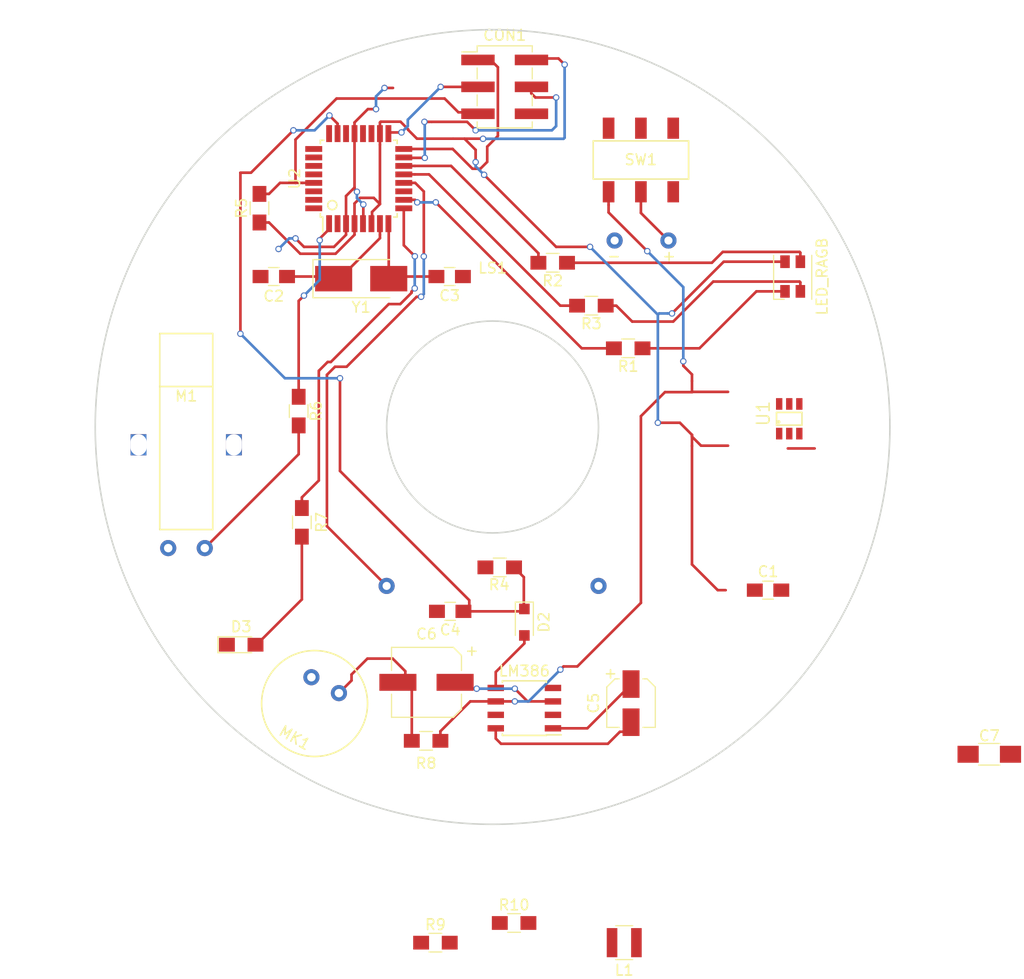
<source format=kicad_pcb>
(kicad_pcb (version 4) (host pcbnew 4.0.7)

  (general
    (links 64)
    (no_connects 44)
    (area 103.51 64.7 196.360001 156.250001)
    (thickness 1.6)
    (drawings 2)
    (tracks 296)
    (zones 0)
    (modules 31)
    (nets 30)
  )

  (page A4)
  (layers
    (0 F.Cu signal)
    (31 B.Cu signal)
    (32 B.Adhes user)
    (33 F.Adhes user)
    (34 B.Paste user)
    (35 F.Paste user)
    (36 B.SilkS user)
    (37 F.SilkS user)
    (38 B.Mask user)
    (39 F.Mask user)
    (40 Dwgs.User user)
    (41 Cmts.User user)
    (42 Eco1.User user)
    (43 Eco2.User user)
    (44 Edge.Cuts user)
    (45 Margin user)
    (46 B.CrtYd user)
    (47 F.CrtYd user)
    (48 B.Fab user)
    (49 F.Fab user)
  )

  (setup
    (last_trace_width 0.25)
    (trace_clearance 0.2)
    (zone_clearance 0.508)
    (zone_45_only no)
    (trace_min 0.2)
    (segment_width 0.2)
    (edge_width 0.15)
    (via_size 0.6)
    (via_drill 0.4)
    (via_min_size 0.4)
    (via_min_drill 0.3)
    (uvia_size 0.3)
    (uvia_drill 0.1)
    (uvias_allowed no)
    (uvia_min_size 0.2)
    (uvia_min_drill 0.1)
    (pcb_text_width 0.3)
    (pcb_text_size 1.5 1.5)
    (mod_edge_width 0.15)
    (mod_text_size 1 1)
    (mod_text_width 0.15)
    (pad_size 1.524 1.524)
    (pad_drill 0.762)
    (pad_to_mask_clearance 0.2)
    (aux_axis_origin 0 0)
    (visible_elements 7FFFFFFF)
    (pcbplotparams
      (layerselection 0x00030_80000001)
      (usegerberextensions false)
      (excludeedgelayer true)
      (linewidth 0.100000)
      (plotframeref false)
      (viasonmask false)
      (mode 1)
      (useauxorigin false)
      (hpglpennumber 1)
      (hpglpenspeed 20)
      (hpglpendiameter 15)
      (hpglpenoverlay 2)
      (psnegative false)
      (psa4output false)
      (plotreference true)
      (plotvalue true)
      (plotinvisibletext false)
      (padsonsilk false)
      (subtractmaskfromsilk false)
      (outputformat 1)
      (mirror false)
      (drillshape 1)
      (scaleselection 1)
      (outputdirectory ""))
  )

  (net 0 "")
  (net 1 /5V)
  (net 2 GND)
  (net 3 "Net-(C3-Pad1)")
  (net 4 "Net-(C4-Pad1)")
  (net 5 "Net-(C5-Pad1)")
  (net 6 "Net-(C6-Pad1)")
  (net 7 "Net-(C6-Pad2)")
  (net 8 "Net-(CON1-Pad1)")
  (net 9 "Net-(CON1-Pad3)")
  (net 10 "Net-(CON1-Pad4)")
  (net 11 "Net-(CON1-Pad5)")
  (net 12 "Net-(D1-Pad3)")
  (net 13 "Net-(D1-Pad4)")
  (net 14 "Net-(D1-Pad1)")
  (net 15 "Net-(D2-Pad2)")
  (net 16 "Net-(D3-Pad2)")
  (net 17 "Net-(LS1-Pad1)")
  (net 18 "Net-(M1-Pad1)")
  (net 19 "Net-(R1-Pad2)")
  (net 20 "Net-(R2-Pad2)")
  (net 21 "Net-(R3-Pad2)")
  (net 22 +2V5)
  (net 23 "Net-(C1-Pad1)")
  (net 24 "Net-(C7-Pad1)")
  (net 25 "Net-(C7-Pad2)")
  (net 26 "Net-(L1-Pad1)")
  (net 27 "Net-(R4-Pad2)")
  (net 28 "Net-(R8-Pad2)")
  (net 29 "Net-(R9-Pad2)")

  (net_class Default "This is the default net class."
    (clearance 0.2)
    (trace_width 0.25)
    (via_dia 0.6)
    (via_drill 0.4)
    (uvia_dia 0.3)
    (uvia_drill 0.1)
    (add_net +2V5)
    (add_net /5V)
    (add_net GND)
    (add_net "Net-(C1-Pad1)")
    (add_net "Net-(C3-Pad1)")
    (add_net "Net-(C4-Pad1)")
    (add_net "Net-(C5-Pad1)")
    (add_net "Net-(C6-Pad1)")
    (add_net "Net-(C6-Pad2)")
    (add_net "Net-(C7-Pad1)")
    (add_net "Net-(C7-Pad2)")
    (add_net "Net-(CON1-Pad1)")
    (add_net "Net-(CON1-Pad3)")
    (add_net "Net-(CON1-Pad4)")
    (add_net "Net-(CON1-Pad5)")
    (add_net "Net-(D1-Pad1)")
    (add_net "Net-(D1-Pad3)")
    (add_net "Net-(D1-Pad4)")
    (add_net "Net-(D2-Pad2)")
    (add_net "Net-(D3-Pad2)")
    (add_net "Net-(L1-Pad1)")
    (add_net "Net-(LS1-Pad1)")
    (add_net "Net-(M1-Pad1)")
    (add_net "Net-(R1-Pad2)")
    (add_net "Net-(R2-Pad2)")
    (add_net "Net-(R3-Pad2)")
    (add_net "Net-(R4-Pad2)")
    (add_net "Net-(R8-Pad2)")
    (add_net "Net-(R9-Pad2)")
  )

  (module Housings_SOIC:SOIC-8_3.9x4.9mm_Pitch1.27mm (layer F.Cu) (tedit 5AC37420) (tstamp 5A71968B)
    (at 153 131.535 180)
    (descr "8-Lead Plastic Small Outline (SN) - Narrow, 3.90 mm Body [SOIC] (see Microchip Packaging Specification 00000049BS.pdf)")
    (tags "SOIC 1.27")
    (path /5A55E171)
    (attr smd)
    (fp_text reference U3 (at 0 -3.5 180) (layer F.Fab)
      (effects (font (size 1 1) (thickness 0.15)))
    )
    (fp_text value LM386 (at 0 3.5 180) (layer F.SilkS)
      (effects (font (size 1 1) (thickness 0.15)))
    )
    (fp_text user %R (at 0 0 180) (layer F.Fab)
      (effects (font (size 1 1) (thickness 0.15)))
    )
    (fp_line (start -0.95 -2.45) (end 1.95 -2.45) (layer F.Fab) (width 0.1))
    (fp_line (start 1.95 -2.45) (end 1.95 2.45) (layer F.Fab) (width 0.1))
    (fp_line (start 1.95 2.45) (end -1.95 2.45) (layer F.Fab) (width 0.1))
    (fp_line (start -1.95 2.45) (end -1.95 -1.45) (layer F.Fab) (width 0.1))
    (fp_line (start -1.95 -1.45) (end -0.95 -2.45) (layer F.Fab) (width 0.1))
    (fp_line (start -3.73 -2.7) (end -3.73 2.7) (layer F.CrtYd) (width 0.05))
    (fp_line (start 3.73 -2.7) (end 3.73 2.7) (layer F.CrtYd) (width 0.05))
    (fp_line (start -3.73 -2.7) (end 3.73 -2.7) (layer F.CrtYd) (width 0.05))
    (fp_line (start -3.73 2.7) (end 3.73 2.7) (layer F.CrtYd) (width 0.05))
    (fp_line (start -2.075 -2.575) (end -2.075 -2.525) (layer F.SilkS) (width 0.15))
    (fp_line (start 2.075 -2.575) (end 2.075 -2.43) (layer F.SilkS) (width 0.15))
    (fp_line (start 2.075 2.575) (end 2.075 2.43) (layer F.SilkS) (width 0.15))
    (fp_line (start -2.075 2.575) (end -2.075 2.43) (layer F.SilkS) (width 0.15))
    (fp_line (start -2.075 -2.575) (end 2.075 -2.575) (layer F.SilkS) (width 0.15))
    (fp_line (start -2.075 2.575) (end 2.075 2.575) (layer F.SilkS) (width 0.15))
    (fp_line (start -2.075 -2.525) (end -3.475 -2.525) (layer F.SilkS) (width 0.15))
    (pad 1 smd rect (at -2.7 -1.905 180) (size 1.55 0.6) (layers F.Cu F.Paste F.Mask)
      (net 6 "Net-(C6-Pad1)"))
    (pad 2 smd rect (at -2.7 -0.635 180) (size 1.55 0.6) (layers F.Cu F.Paste F.Mask))
    (pad 3 smd rect (at -2.7 0.635 180) (size 1.55 0.6) (layers F.Cu F.Paste F.Mask)
      (net 24 "Net-(C7-Pad1)"))
    (pad 4 smd rect (at -2.7 1.905 180) (size 1.55 0.6) (layers F.Cu F.Paste F.Mask)
      (net 2 GND))
    (pad 5 smd rect (at 2.7 1.905 180) (size 1.55 0.6) (layers F.Cu F.Paste F.Mask)
      (net 15 "Net-(D2-Pad2)"))
    (pad 6 smd rect (at 2.7 0.635 180) (size 1.55 0.6) (layers F.Cu F.Paste F.Mask)
      (net 1 /5V))
    (pad 7 smd rect (at 2.7 -0.635 180) (size 1.55 0.6) (layers F.Cu F.Paste F.Mask))
    (pad 8 smd rect (at 2.7 -1.905 180) (size 1.55 0.6) (layers F.Cu F.Paste F.Mask)
      (net 7 "Net-(C6-Pad2)"))
    (model ${KISYS3DMOD}/Housings_SOIC.3dshapes/SOIC-8_3.9x4.9mm_Pitch1.27mm.wrl
      (at (xyz 0 0 0))
      (scale (xyz 1 1 1))
      (rotate (xyz 0 0 0))
    )
  )

  (module Resistors_SMD:R_0805_HandSoldering (layer F.Cu) (tedit 58E0A804) (tstamp 5A719635)
    (at 128 84.35 90)
    (descr "Resistor SMD 0805, hand soldering")
    (tags "resistor 0805")
    (path /5B00B71F)
    (attr smd)
    (fp_text reference R5 (at 0 -1.7 90) (layer F.SilkS)
      (effects (font (size 1 1) (thickness 0.15)))
    )
    (fp_text value 22K (at 0 1.75 90) (layer F.Fab)
      (effects (font (size 1 1) (thickness 0.15)))
    )
    (fp_text user %R (at 0 0 90) (layer F.Fab)
      (effects (font (size 0.5 0.5) (thickness 0.075)))
    )
    (fp_line (start -1 0.62) (end -1 -0.62) (layer F.Fab) (width 0.1))
    (fp_line (start 1 0.62) (end -1 0.62) (layer F.Fab) (width 0.1))
    (fp_line (start 1 -0.62) (end 1 0.62) (layer F.Fab) (width 0.1))
    (fp_line (start -1 -0.62) (end 1 -0.62) (layer F.Fab) (width 0.1))
    (fp_line (start 0.6 0.88) (end -0.6 0.88) (layer F.SilkS) (width 0.12))
    (fp_line (start -0.6 -0.88) (end 0.6 -0.88) (layer F.SilkS) (width 0.12))
    (fp_line (start -2.35 -0.9) (end 2.35 -0.9) (layer F.CrtYd) (width 0.05))
    (fp_line (start -2.35 -0.9) (end -2.35 0.9) (layer F.CrtYd) (width 0.05))
    (fp_line (start 2.35 0.9) (end 2.35 -0.9) (layer F.CrtYd) (width 0.05))
    (fp_line (start 2.35 0.9) (end -2.35 0.9) (layer F.CrtYd) (width 0.05))
    (pad 1 smd rect (at -1.35 0 90) (size 1.5 1.3) (layers F.Cu F.Paste F.Mask)
      (net 27 "Net-(R4-Pad2)"))
    (pad 2 smd rect (at 1.35 0 90) (size 1.5 1.3) (layers F.Cu F.Paste F.Mask)
      (net 2 GND))
    (model ${KISYS3DMOD}/Resistors_SMD.3dshapes/R_0805.wrl
      (at (xyz 0 0 0))
      (scale (xyz 1 1 1))
      (rotate (xyz 0 0 0))
    )
  )

  (module Capacitors_SMD:C_0805_HandSoldering (layer F.Cu) (tedit 58AA84A8) (tstamp 5A7195CF)
    (at 129.35 90.8 180)
    (descr "Capacitor SMD 0805, hand soldering")
    (tags "capacitor 0805")
    (path /5B00BCE0)
    (attr smd)
    (fp_text reference C2 (at 0 -1.85 180) (layer F.SilkS)
      (effects (font (size 1 1) (thickness 0.15)))
    )
    (fp_text value 10uF (at 0 1.8 180) (layer F.Fab)
      (effects (font (size 1 1) (thickness 0.15)))
    )
    (fp_text user %R (at 0 -1.85 180) (layer F.Fab)
      (effects (font (size 1 1) (thickness 0.15)))
    )
    (fp_line (start -1 0.62) (end -1 -0.62) (layer F.Fab) (width 0.1))
    (fp_line (start 1 0.62) (end -1 0.62) (layer F.Fab) (width 0.1))
    (fp_line (start 1 -0.62) (end 1 0.62) (layer F.Fab) (width 0.1))
    (fp_line (start -1 -0.62) (end 1 -0.62) (layer F.Fab) (width 0.1))
    (fp_line (start 0.5 -0.85) (end -0.5 -0.85) (layer F.SilkS) (width 0.12))
    (fp_line (start -0.5 0.85) (end 0.5 0.85) (layer F.SilkS) (width 0.12))
    (fp_line (start -2.25 -0.88) (end 2.25 -0.88) (layer F.CrtYd) (width 0.05))
    (fp_line (start -2.25 -0.88) (end -2.25 0.87) (layer F.CrtYd) (width 0.05))
    (fp_line (start 2.25 0.87) (end 2.25 -0.88) (layer F.CrtYd) (width 0.05))
    (fp_line (start 2.25 0.87) (end -2.25 0.87) (layer F.CrtYd) (width 0.05))
    (pad 1 smd rect (at -1.25 0 180) (size 1.5 1.25) (layers F.Cu F.Paste F.Mask)
      (net 1 /5V))
    (pad 2 smd rect (at 1.25 0 180) (size 1.5 1.25) (layers F.Cu F.Paste F.Mask)
      (net 2 GND))
    (model Capacitors_SMD.3dshapes/C_0805.wrl
      (at (xyz 0 0 0))
      (scale (xyz 1 1 1))
      (rotate (xyz 0 0 0))
    )
  )

  (module Capacitors_SMD:C_0805_HandSoldering (layer F.Cu) (tedit 58AA84A8) (tstamp 5A7195D5)
    (at 145.95 90.8)
    (descr "Capacitor SMD 0805, hand soldering")
    (tags "capacitor 0805")
    (path /5A5904B4)
    (attr smd)
    (fp_text reference C3 (at 0 1.8) (layer F.SilkS)
      (effects (font (size 1 1) (thickness 0.15)))
    )
    (fp_text value 22pF (at 0.05 -1.8) (layer F.Fab)
      (effects (font (size 1 1) (thickness 0.15)))
    )
    (fp_text user %R (at 0 1.8) (layer F.Fab)
      (effects (font (size 1 1) (thickness 0.15)))
    )
    (fp_line (start -1 0.62) (end -1 -0.62) (layer F.Fab) (width 0.1))
    (fp_line (start 1 0.62) (end -1 0.62) (layer F.Fab) (width 0.1))
    (fp_line (start 1 -0.62) (end 1 0.62) (layer F.Fab) (width 0.1))
    (fp_line (start -1 -0.62) (end 1 -0.62) (layer F.Fab) (width 0.1))
    (fp_line (start 0.5 -0.85) (end -0.5 -0.85) (layer F.SilkS) (width 0.12))
    (fp_line (start -0.5 0.85) (end 0.5 0.85) (layer F.SilkS) (width 0.12))
    (fp_line (start -2.25 -0.88) (end 2.25 -0.88) (layer F.CrtYd) (width 0.05))
    (fp_line (start -2.25 -0.88) (end -2.25 0.87) (layer F.CrtYd) (width 0.05))
    (fp_line (start 2.25 0.87) (end 2.25 -0.88) (layer F.CrtYd) (width 0.05))
    (fp_line (start 2.25 0.87) (end -2.25 0.87) (layer F.CrtYd) (width 0.05))
    (pad 1 smd rect (at -1.25 0) (size 1.5 1.25) (layers F.Cu F.Paste F.Mask)
      (net 3 "Net-(C3-Pad1)"))
    (pad 2 smd rect (at 1.25 0) (size 1.5 1.25) (layers F.Cu F.Paste F.Mask)
      (net 2 GND))
    (model Capacitors_SMD.3dshapes/C_0805.wrl
      (at (xyz 0 0 0))
      (scale (xyz 1 1 1))
      (rotate (xyz 0 0 0))
    )
  )

  (module Resistors_SMD:R_0805_HandSoldering (layer F.Cu) (tedit 58E0A804) (tstamp 5A71962F)
    (at 150.675 118.25)
    (descr "Resistor SMD 0805, hand soldering")
    (tags "resistor 0805")
    (path /5B00B6B8)
    (attr smd)
    (fp_text reference R4 (at -0.053 1.638) (layer F.SilkS)
      (effects (font (size 1 1) (thickness 0.15)))
    )
    (fp_text value 68K (at -0.053 -1.918) (layer F.Fab)
      (effects (font (size 1 1) (thickness 0.15)))
    )
    (fp_text user %R (at 0 0) (layer F.Fab)
      (effects (font (size 0.5 0.5) (thickness 0.075)))
    )
    (fp_line (start -1 0.62) (end -1 -0.62) (layer F.Fab) (width 0.1))
    (fp_line (start 1 0.62) (end -1 0.62) (layer F.Fab) (width 0.1))
    (fp_line (start 1 -0.62) (end 1 0.62) (layer F.Fab) (width 0.1))
    (fp_line (start -1 -0.62) (end 1 -0.62) (layer F.Fab) (width 0.1))
    (fp_line (start 0.6 0.88) (end -0.6 0.88) (layer F.SilkS) (width 0.12))
    (fp_line (start -0.6 -0.88) (end 0.6 -0.88) (layer F.SilkS) (width 0.12))
    (fp_line (start -2.35 -0.9) (end 2.35 -0.9) (layer F.CrtYd) (width 0.05))
    (fp_line (start -2.35 -0.9) (end -2.35 0.9) (layer F.CrtYd) (width 0.05))
    (fp_line (start 2.35 0.9) (end 2.35 -0.9) (layer F.CrtYd) (width 0.05))
    (fp_line (start 2.35 0.9) (end -2.35 0.9) (layer F.CrtYd) (width 0.05))
    (pad 1 smd rect (at -1.35 0) (size 1.5 1.3) (layers F.Cu F.Paste F.Mask)
      (net 1 /5V))
    (pad 2 smd rect (at 1.35 0) (size 1.5 1.3) (layers F.Cu F.Paste F.Mask)
      (net 27 "Net-(R4-Pad2)"))
    (model ${KISYS3DMOD}/Resistors_SMD.3dshapes/R_0805.wrl
      (at (xyz 0 0 0))
      (scale (xyz 1 1 1))
      (rotate (xyz 0 0 0))
    )
  )

  (module custom:switch_SMDslide_JS202011SCQN (layer F.Cu) (tedit 5A71FCAA) (tstamp 5A85DD81)
    (at 164 79.8)
    (path /5A58AC01)
    (fp_text reference SW1 (at -0.01 -0.03) (layer F.SilkS)
      (effects (font (size 1 1) (thickness 0.15)))
    )
    (fp_text value SW_DIP_x01 (at 0.1 -5.3) (layer F.Fab)
      (effects (font (size 1 1) (thickness 0.15)))
    )
    (fp_line (start -4.5 1.8) (end -4.5 -1.8) (layer F.SilkS) (width 0.15))
    (fp_line (start 4.5 -1.8) (end 4.5 1.8) (layer F.SilkS) (width 0.15))
    (fp_line (start 4.5 1.8) (end -4.5 1.8) (layer F.SilkS) (width 0.15))
    (fp_line (start 4.5 -1.8) (end -4.5 -1.8) (layer F.SilkS) (width 0.15))
    (pad 1 smd rect (at -3.05 3) (size 1.1 2) (layers F.Cu F.Paste F.Mask)
      (net 23 "Net-(C1-Pad1)"))
    (pad 2 smd rect (at 0 3) (size 1.1 2) (layers F.Cu F.Paste F.Mask)
      (net 22 +2V5))
    (pad 3 smd rect (at 3.05 3) (size 1.1 2) (layers F.Cu F.Paste F.Mask))
    (pad 5 smd rect (at 0 -3) (size 1.1 2) (layers F.Cu F.Paste F.Mask))
    (pad 4 smd rect (at -3.05 -3) (size 1.1 2) (layers F.Cu F.Paste F.Mask))
    (pad 6 smd rect (at 3.05 -3) (size 1.1 2) (layers F.Cu F.Paste F.Mask))
  )

  (module Resistors_SMD:R_0805_HandSoldering (layer F.Cu) (tedit 58E0A804) (tstamp 5A719623)
    (at 155.675 89.5 180)
    (descr "Resistor SMD 0805, hand soldering")
    (tags "resistor 0805")
    (path /5A5884E4)
    (attr smd)
    (fp_text reference R2 (at 0 -1.7 180) (layer F.SilkS)
      (effects (font (size 1 1) (thickness 0.15)))
    )
    (fp_text value 1175 (at 0 1.75 180) (layer F.Fab)
      (effects (font (size 1 1) (thickness 0.15)))
    )
    (fp_text user %R (at 0 0 180) (layer F.Fab)
      (effects (font (size 0.5 0.5) (thickness 0.075)))
    )
    (fp_line (start -1 0.62) (end -1 -0.62) (layer F.Fab) (width 0.1))
    (fp_line (start 1 0.62) (end -1 0.62) (layer F.Fab) (width 0.1))
    (fp_line (start 1 -0.62) (end 1 0.62) (layer F.Fab) (width 0.1))
    (fp_line (start -1 -0.62) (end 1 -0.62) (layer F.Fab) (width 0.1))
    (fp_line (start 0.6 0.88) (end -0.6 0.88) (layer F.SilkS) (width 0.12))
    (fp_line (start -0.6 -0.88) (end 0.6 -0.88) (layer F.SilkS) (width 0.12))
    (fp_line (start -2.35 -0.9) (end 2.35 -0.9) (layer F.CrtYd) (width 0.05))
    (fp_line (start -2.35 -0.9) (end -2.35 0.9) (layer F.CrtYd) (width 0.05))
    (fp_line (start 2.35 0.9) (end 2.35 -0.9) (layer F.CrtYd) (width 0.05))
    (fp_line (start 2.35 0.9) (end -2.35 0.9) (layer F.CrtYd) (width 0.05))
    (pad 1 smd rect (at -1.35 0 180) (size 1.5 1.3) (layers F.Cu F.Paste F.Mask)
      (net 12 "Net-(D1-Pad3)"))
    (pad 2 smd rect (at 1.35 0 180) (size 1.5 1.3) (layers F.Cu F.Paste F.Mask)
      (net 20 "Net-(R2-Pad2)"))
    (model ${KISYS3DMOD}/Resistors_SMD.3dshapes/R_0805.wrl
      (at (xyz 0 0 0))
      (scale (xyz 1 1 1))
      (rotate (xyz 0 0 0))
    )
  )

  (module custom:LED_RCGB_AAA3528 (layer F.Cu) (tedit 5AC36A81) (tstamp 5A7195F9)
    (at 178.325 90.8 270)
    (descr http://www.world-semi.com/uploads/soft/150522/1-150522091P5.pdf)
    (tags "LED NeoPixel")
    (path /5AC36C4B)
    (attr smd)
    (fp_text reference D1 (at 0 -3.5 270) (layer F.SilkS) hide
      (effects (font (size 1 1) (thickness 0.15)))
    )
    (fp_text value LED_RAGB (at 0 -2.775 270) (layer F.SilkS)
      (effects (font (size 1 1) (thickness 0.15)))
    )
    (fp_line (start 2.25 -1.85) (end -2.1 -1.85) (layer F.CrtYd) (width 0.05))
    (fp_line (start 2.25 1.85) (end 2.25 -1.85) (layer F.CrtYd) (width 0.05))
    (fp_line (start -2.1 1.85) (end 2.25 1.85) (layer F.CrtYd) (width 0.05))
    (fp_line (start -2.1 -1.85) (end -2.1 1.85) (layer F.CrtYd) (width 0.05))
    (fp_line (start 1.6 0.8) (end 1.05 1.35) (layer F.Fab) (width 0.1))
    (fp_line (start -1.6 1.4) (end -1.6 -1.4) (layer F.Fab) (width 0.1))
    (fp_line (start -1.6 1.4) (end 1.6 1.4) (layer F.Fab) (width 0.1))
    (fp_line (start 1.6 -1.4) (end 1.6 1.4) (layer F.Fab) (width 0.1))
    (fp_line (start 1.6 -1.4) (end -1.6 -1.4) (layer F.Fab) (width 0.1))
    (fp_line (start -2 -1.8) (end 2.15 -1.8) (layer F.SilkS) (width 0.12))
    (fp_line (start -2 1.8) (end 2.15 1.8) (layer F.SilkS) (width 0.12))
    (fp_line (start 2.15 1.8) (end 2.15 0.8) (layer F.SilkS) (width 0.12))
    (fp_circle (center 0 0) (end 0 -1.2) (layer F.Fab) (width 0.1))
    (pad 3 smd rect (at -1.4 -0.725 270) (size 1.2 0.9) (layers F.Cu F.Paste F.Mask)
      (net 12 "Net-(D1-Pad3)"))
    (pad 4 smd rect (at 1.4 -0.725 270) (size 1.2 0.9) (layers F.Cu F.Paste F.Mask)
      (net 13 "Net-(D1-Pad4)"))
    (pad 2 smd rect (at -1.4 0.725 270) (size 1.2 0.9) (layers F.Cu F.Paste F.Mask)
      (net 1 /5V))
    (pad 1 smd rect (at 1.4 0.725 270) (size 1.2 0.9) (layers F.Cu F.Paste F.Mask)
      (net 14 "Net-(D1-Pad1)"))
    (model ${KISYS3DMOD}/LEDs.3dshapes/LED_WS2812B-PLCC4.wrl
      (at (xyz 0 0 0))
      (scale (xyz 0.39 0.39 0.39))
      (rotate (xyz 0 0 180))
    )
  )

  (module Resistors_SMD:R_0805_HandSoldering (layer F.Cu) (tedit 58E0A804) (tstamp 5A71963B)
    (at 131.7 103.5 90)
    (descr "Resistor SMD 0805, hand soldering")
    (tags "resistor 0805")
    (path /5A55FD56)
    (attr smd)
    (fp_text reference R6 (at 0 1.65 90) (layer F.SilkS)
      (effects (font (size 1 1) (thickness 0.15)))
    )
    (fp_text value 2.2K (at 0 -1.652 90) (layer F.Fab)
      (effects (font (size 1 1) (thickness 0.15)))
    )
    (fp_text user %R (at 0 0 90) (layer F.Fab)
      (effects (font (size 0.5 0.5) (thickness 0.075)))
    )
    (fp_line (start -1 0.62) (end -1 -0.62) (layer F.Fab) (width 0.1))
    (fp_line (start 1 0.62) (end -1 0.62) (layer F.Fab) (width 0.1))
    (fp_line (start 1 -0.62) (end 1 0.62) (layer F.Fab) (width 0.1))
    (fp_line (start -1 -0.62) (end 1 -0.62) (layer F.Fab) (width 0.1))
    (fp_line (start 0.6 0.88) (end -0.6 0.88) (layer F.SilkS) (width 0.12))
    (fp_line (start -0.6 -0.88) (end 0.6 -0.88) (layer F.SilkS) (width 0.12))
    (fp_line (start -2.35 -0.9) (end 2.35 -0.9) (layer F.CrtYd) (width 0.05))
    (fp_line (start -2.35 -0.9) (end -2.35 0.9) (layer F.CrtYd) (width 0.05))
    (fp_line (start 2.35 0.9) (end 2.35 -0.9) (layer F.CrtYd) (width 0.05))
    (fp_line (start 2.35 0.9) (end -2.35 0.9) (layer F.CrtYd) (width 0.05))
    (pad 1 smd rect (at -1.35 0 90) (size 1.5 1.3) (layers F.Cu F.Paste F.Mask)
      (net 2 GND))
    (pad 2 smd rect (at 1.35 0 90) (size 1.5 1.3) (layers F.Cu F.Paste F.Mask)
      (net 5 "Net-(C5-Pad1)"))
    (model ${KISYS3DMOD}/Resistors_SMD.3dshapes/R_0805.wrl
      (at (xyz 0 0 0))
      (scale (xyz 1 1 1))
      (rotate (xyz 0 0 0))
    )
  )

  (module Resistors_SMD:R_0805_HandSoldering (layer F.Cu) (tedit 58E0A804) (tstamp 5A719641)
    (at 132 114 90)
    (descr "Resistor SMD 0805, hand soldering")
    (tags "resistor 0805")
    (path /5A593366)
    (attr smd)
    (fp_text reference R7 (at 0 1.858 90) (layer F.SilkS)
      (effects (font (size 1 1) (thickness 0.15)))
    )
    (fp_text value 10K (at -0.046 -1.698 90) (layer F.Fab)
      (effects (font (size 1 1) (thickness 0.15)))
    )
    (fp_text user %R (at 0 0 90) (layer F.Fab)
      (effects (font (size 0.5 0.5) (thickness 0.075)))
    )
    (fp_line (start -1 0.62) (end -1 -0.62) (layer F.Fab) (width 0.1))
    (fp_line (start 1 0.62) (end -1 0.62) (layer F.Fab) (width 0.1))
    (fp_line (start 1 -0.62) (end 1 0.62) (layer F.Fab) (width 0.1))
    (fp_line (start -1 -0.62) (end 1 -0.62) (layer F.Fab) (width 0.1))
    (fp_line (start 0.6 0.88) (end -0.6 0.88) (layer F.SilkS) (width 0.12))
    (fp_line (start -0.6 -0.88) (end 0.6 -0.88) (layer F.SilkS) (width 0.12))
    (fp_line (start -2.35 -0.9) (end 2.35 -0.9) (layer F.CrtYd) (width 0.05))
    (fp_line (start -2.35 -0.9) (end -2.35 0.9) (layer F.CrtYd) (width 0.05))
    (fp_line (start 2.35 0.9) (end 2.35 -0.9) (layer F.CrtYd) (width 0.05))
    (fp_line (start 2.35 0.9) (end -2.35 0.9) (layer F.CrtYd) (width 0.05))
    (pad 1 smd rect (at -1.35 0 90) (size 1.5 1.3) (layers F.Cu F.Paste F.Mask)
      (net 1 /5V))
    (pad 2 smd rect (at 1.35 0 90) (size 1.5 1.3) (layers F.Cu F.Paste F.Mask)
      (net 11 "Net-(CON1-Pad5)"))
    (model ${KISYS3DMOD}/Resistors_SMD.3dshapes/R_0805.wrl
      (at (xyz 0 0 0))
      (scale (xyz 1 1 1))
      (rotate (xyz 0 0 0))
    )
  )

  (module Resistors_SMD:R_0805_HandSoldering (layer F.Cu) (tedit 58E0A804) (tstamp 5A71961D)
    (at 162.8 97.575 180)
    (descr "Resistor SMD 0805, hand soldering")
    (tags "resistor 0805")
    (path /5A5883B2)
    (attr smd)
    (fp_text reference R1 (at 0 -1.7 180) (layer F.SilkS)
      (effects (font (size 1 1) (thickness 0.15)))
    )
    (fp_text value 1175 (at 0 1.75 180) (layer F.Fab)
      (effects (font (size 1 1) (thickness 0.15)))
    )
    (fp_text user %R (at 0 0 180) (layer F.Fab)
      (effects (font (size 0.5 0.5) (thickness 0.075)))
    )
    (fp_line (start -1 0.62) (end -1 -0.62) (layer F.Fab) (width 0.1))
    (fp_line (start 1 0.62) (end -1 0.62) (layer F.Fab) (width 0.1))
    (fp_line (start 1 -0.62) (end 1 0.62) (layer F.Fab) (width 0.1))
    (fp_line (start -1 -0.62) (end 1 -0.62) (layer F.Fab) (width 0.1))
    (fp_line (start 0.6 0.88) (end -0.6 0.88) (layer F.SilkS) (width 0.12))
    (fp_line (start -0.6 -0.88) (end 0.6 -0.88) (layer F.SilkS) (width 0.12))
    (fp_line (start -2.35 -0.9) (end 2.35 -0.9) (layer F.CrtYd) (width 0.05))
    (fp_line (start -2.35 -0.9) (end -2.35 0.9) (layer F.CrtYd) (width 0.05))
    (fp_line (start 2.35 0.9) (end 2.35 -0.9) (layer F.CrtYd) (width 0.05))
    (fp_line (start 2.35 0.9) (end -2.35 0.9) (layer F.CrtYd) (width 0.05))
    (pad 1 smd rect (at -1.35 0 180) (size 1.5 1.3) (layers F.Cu F.Paste F.Mask)
      (net 14 "Net-(D1-Pad1)"))
    (pad 2 smd rect (at 1.35 0 180) (size 1.5 1.3) (layers F.Cu F.Paste F.Mask)
      (net 19 "Net-(R1-Pad2)"))
    (model ${KISYS3DMOD}/Resistors_SMD.3dshapes/R_0805.wrl
      (at (xyz 0 0 0))
      (scale (xyz 1 1 1))
      (rotate (xyz 0 0 0))
    )
  )

  (module Diodes_SMD:D_SOD-323_HandSoldering (layer F.Cu) (tedit 58641869) (tstamp 5A7195FF)
    (at 153 123.425 270)
    (descr SOD-323)
    (tags SOD-323)
    (path /5A55F283)
    (attr smd)
    (fp_text reference D2 (at 0 -1.85 270) (layer F.SilkS)
      (effects (font (size 1 1) (thickness 0.15)))
    )
    (fp_text value D (at 0.1 1.9 270) (layer F.Fab)
      (effects (font (size 1 1) (thickness 0.15)))
    )
    (fp_text user %R (at 0 -1.85 270) (layer F.Fab)
      (effects (font (size 1 1) (thickness 0.15)))
    )
    (fp_line (start -1.9 -0.85) (end -1.9 0.85) (layer F.SilkS) (width 0.12))
    (fp_line (start 0.2 0) (end 0.45 0) (layer F.Fab) (width 0.1))
    (fp_line (start 0.2 0.35) (end -0.3 0) (layer F.Fab) (width 0.1))
    (fp_line (start 0.2 -0.35) (end 0.2 0.35) (layer F.Fab) (width 0.1))
    (fp_line (start -0.3 0) (end 0.2 -0.35) (layer F.Fab) (width 0.1))
    (fp_line (start -0.3 0) (end -0.5 0) (layer F.Fab) (width 0.1))
    (fp_line (start -0.3 -0.35) (end -0.3 0.35) (layer F.Fab) (width 0.1))
    (fp_line (start -0.9 0.7) (end -0.9 -0.7) (layer F.Fab) (width 0.1))
    (fp_line (start 0.9 0.7) (end -0.9 0.7) (layer F.Fab) (width 0.1))
    (fp_line (start 0.9 -0.7) (end 0.9 0.7) (layer F.Fab) (width 0.1))
    (fp_line (start -0.9 -0.7) (end 0.9 -0.7) (layer F.Fab) (width 0.1))
    (fp_line (start -2 -0.95) (end 2 -0.95) (layer F.CrtYd) (width 0.05))
    (fp_line (start 2 -0.95) (end 2 0.95) (layer F.CrtYd) (width 0.05))
    (fp_line (start -2 0.95) (end 2 0.95) (layer F.CrtYd) (width 0.05))
    (fp_line (start -2 -0.95) (end -2 0.95) (layer F.CrtYd) (width 0.05))
    (fp_line (start -1.9 0.85) (end 1.25 0.85) (layer F.SilkS) (width 0.12))
    (fp_line (start -1.9 -0.85) (end 1.25 -0.85) (layer F.SilkS) (width 0.12))
    (pad 1 smd rect (at -1.25 0 270) (size 1 1) (layers F.Cu F.Paste F.Mask)
      (net 5 "Net-(C5-Pad1)"))
    (pad 2 smd rect (at 1.25 0 270) (size 1 1) (layers F.Cu F.Paste F.Mask)
      (net 15 "Net-(D2-Pad2)"))
    (model ${KISYS3DMOD}/Diodes_SMD.3dshapes/D_SOD-323.wrl
      (at (xyz 0 0 0))
      (scale (xyz 1 1 1))
      (rotate (xyz 0 0 0))
    )
  )

  (module Resistors_SMD:R_0805_HandSoldering (layer F.Cu) (tedit 58E0A804) (tstamp 5A719647)
    (at 143.725 134.62)
    (descr "Resistor SMD 0805, hand soldering")
    (tags "resistor 0805")
    (path /5A58B805)
    (attr smd)
    (fp_text reference R8 (at 0.005 2.12) (layer F.SilkS)
      (effects (font (size 1 1) (thickness 0.15)))
    )
    (fp_text value 22 (at 0.015 -1.73) (layer F.Fab)
      (effects (font (size 1 1) (thickness 0.15)))
    )
    (fp_text user %R (at 0 0) (layer F.Fab)
      (effects (font (size 0.5 0.5) (thickness 0.075)))
    )
    (fp_line (start -1 0.62) (end -1 -0.62) (layer F.Fab) (width 0.1))
    (fp_line (start 1 0.62) (end -1 0.62) (layer F.Fab) (width 0.1))
    (fp_line (start 1 -0.62) (end 1 0.62) (layer F.Fab) (width 0.1))
    (fp_line (start -1 -0.62) (end 1 -0.62) (layer F.Fab) (width 0.1))
    (fp_line (start 0.6 0.88) (end -0.6 0.88) (layer F.SilkS) (width 0.12))
    (fp_line (start -0.6 -0.88) (end 0.6 -0.88) (layer F.SilkS) (width 0.12))
    (fp_line (start -2.35 -0.9) (end 2.35 -0.9) (layer F.CrtYd) (width 0.05))
    (fp_line (start -2.35 -0.9) (end -2.35 0.9) (layer F.CrtYd) (width 0.05))
    (fp_line (start 2.35 0.9) (end 2.35 -0.9) (layer F.CrtYd) (width 0.05))
    (fp_line (start 2.35 0.9) (end -2.35 0.9) (layer F.CrtYd) (width 0.05))
    (pad 1 smd rect (at -1.35 0) (size 1.5 1.3) (layers F.Cu F.Paste F.Mask)
      (net 18 "Net-(M1-Pad1)"))
    (pad 2 smd rect (at 1.35 0) (size 1.5 1.3) (layers F.Cu F.Paste F.Mask)
      (net 28 "Net-(R8-Pad2)"))
    (model ${KISYS3DMOD}/Resistors_SMD.3dshapes/R_0805.wrl
      (at (xyz 0 0 0))
      (scale (xyz 1 1 1))
      (rotate (xyz 0 0 0))
    )
  )

  (module Crystals:Crystal_SMD_5032-2pin_5.0x3.2mm_HandSoldering (layer F.Cu) (tedit 58CD2E9C) (tstamp 5A719691)
    (at 137.6 91)
    (descr "SMD Crystal SERIES SMD2520/2 http://www.icbase.com/File/PDF/HKC/HKC00061008.pdf, hand-soldering, 5.0x3.2mm^2 package")
    (tags "SMD SMT crystal hand-soldering")
    (path /5A58FBFE)
    (attr smd)
    (fp_text reference Y1 (at 0 2.7) (layer F.SilkS)
      (effects (font (size 1 1) (thickness 0.15)))
    )
    (fp_text value 16MHz (at 0 2.8) (layer F.Fab)
      (effects (font (size 1 1) (thickness 0.15)))
    )
    (fp_text user %R (at 0 0) (layer F.Fab)
      (effects (font (size 1 1) (thickness 0.15)))
    )
    (fp_line (start -2.3 -1.6) (end 2.3 -1.6) (layer F.Fab) (width 0.1))
    (fp_line (start 2.3 -1.6) (end 2.5 -1.4) (layer F.Fab) (width 0.1))
    (fp_line (start 2.5 -1.4) (end 2.5 1.4) (layer F.Fab) (width 0.1))
    (fp_line (start 2.5 1.4) (end 2.3 1.6) (layer F.Fab) (width 0.1))
    (fp_line (start 2.3 1.6) (end -2.3 1.6) (layer F.Fab) (width 0.1))
    (fp_line (start -2.3 1.6) (end -2.5 1.4) (layer F.Fab) (width 0.1))
    (fp_line (start -2.5 1.4) (end -2.5 -1.4) (layer F.Fab) (width 0.1))
    (fp_line (start -2.5 -1.4) (end -2.3 -1.6) (layer F.Fab) (width 0.1))
    (fp_line (start -2.5 0.6) (end -1.5 1.6) (layer F.Fab) (width 0.1))
    (fp_line (start 2.7 -1.8) (end -4.55 -1.8) (layer F.SilkS) (width 0.12))
    (fp_line (start -4.55 -1.8) (end -4.55 1.8) (layer F.SilkS) (width 0.12))
    (fp_line (start -4.55 1.8) (end 2.7 1.8) (layer F.SilkS) (width 0.12))
    (fp_line (start -4.6 -1.9) (end -4.6 1.9) (layer F.CrtYd) (width 0.05))
    (fp_line (start -4.6 1.9) (end 4.6 1.9) (layer F.CrtYd) (width 0.05))
    (fp_line (start 4.6 1.9) (end 4.6 -1.9) (layer F.CrtYd) (width 0.05))
    (fp_line (start 4.6 -1.9) (end -4.6 -1.9) (layer F.CrtYd) (width 0.05))
    (fp_circle (center 0 0) (end 0.4 0) (layer F.Adhes) (width 0.1))
    (fp_circle (center 0 0) (end 0.333333 0) (layer F.Adhes) (width 0.133333))
    (fp_circle (center 0 0) (end 0.213333 0) (layer F.Adhes) (width 0.133333))
    (fp_circle (center 0 0) (end 0.093333 0) (layer F.Adhes) (width 0.186667))
    (pad 1 smd rect (at -2.6 0) (size 3.5 2.4) (layers F.Cu F.Paste F.Mask)
      (net 3 "Net-(C3-Pad1)"))
    (pad 2 smd rect (at 2.6 0) (size 3.5 2.4) (layers F.Cu F.Paste F.Mask)
      (net 4 "Net-(C4-Pad1)"))
    (model ${KISYS3DMOD}/Crystals.3dshapes/Crystal_SMD_5032-2pin_5.0x3.2mm_HandSoldering.wrl
      (at (xyz 0 0 0))
      (scale (xyz 0.393701 0.393701 0.393701))
      (rotate (xyz 0 0 0))
    )
  )

  (module custom:VibrationMotor17x5WithDrillHoles (layer F.Cu) (tedit 5A8D39F0) (tstamp 5A85DD75)
    (at 121.086 113.18)
    (path /5A58B6B5)
    (fp_text reference M1 (at 0 -11.1) (layer F.SilkS)
      (effects (font (size 1 1) (thickness 0.15)))
    )
    (fp_text value VibrationMotor (at 0 6.35) (layer F.Fab)
      (effects (font (size 1 1) (thickness 0.15)))
    )
    (fp_line (start -2.5 -17) (end -2.5 -12) (layer F.SilkS) (width 0.15))
    (fp_line (start 2.5 -17) (end -2.5 -17) (layer F.SilkS) (width 0.15))
    (fp_line (start 2.5 -12) (end 2.5 -17) (layer F.SilkS) (width 0.15))
    (fp_line (start -2.5 -12) (end -2.5 1.5) (layer F.SilkS) (width 0.15))
    (fp_line (start 2.5 -12) (end -2.5 -12) (layer F.SilkS) (width 0.15))
    (fp_line (start 2.5 1.5) (end 2.5 -12) (layer F.SilkS) (width 0.15))
    (fp_line (start -2.5 1.5) (end 2.5 1.5) (layer F.SilkS) (width 0.15))
    (pad 2 thru_hole circle (at -1.7 3.25) (size 1.524 1.524) (drill 0.8) (layers *.Cu *.Mask)
      (net 2 GND))
    (pad 1 thru_hole circle (at 1.75 3.25) (size 1.524 1.524) (drill 0.8) (layers *.Cu *.Mask)
      (net 18 "Net-(M1-Pad1)"))
    (pad "" np_thru_hole rect (at 4.5 -6.5) (size 1.5 2) (drill oval 1.5 2) (layers *.Cu *.Mask))
    (pad "" np_thru_hole rect (at -4.5 -6.5) (size 1.5 2) (drill oval 1.5 2) (layers *.Cu *.Mask))
  )

  (module Resistors_SMD:R_0805_HandSoldering (layer F.Cu) (tedit 58E0A804) (tstamp 5A8AA4FC)
    (at 159.325 93.55 180)
    (descr "Resistor SMD 0805, hand soldering")
    (tags "resistor 0805")
    (path /5A58854C)
    (attr smd)
    (fp_text reference R3 (at 0 -1.7 180) (layer F.SilkS)
      (effects (font (size 1 1) (thickness 0.15)))
    )
    (fp_text value 1600 (at 0 1.75 180) (layer F.Fab)
      (effects (font (size 1 1) (thickness 0.15)))
    )
    (fp_text user %R (at 0 0 180) (layer F.Fab)
      (effects (font (size 0.5 0.5) (thickness 0.075)))
    )
    (fp_line (start -1 0.62) (end -1 -0.62) (layer F.Fab) (width 0.1))
    (fp_line (start 1 0.62) (end -1 0.62) (layer F.Fab) (width 0.1))
    (fp_line (start 1 -0.62) (end 1 0.62) (layer F.Fab) (width 0.1))
    (fp_line (start -1 -0.62) (end 1 -0.62) (layer F.Fab) (width 0.1))
    (fp_line (start 0.6 0.88) (end -0.6 0.88) (layer F.SilkS) (width 0.12))
    (fp_line (start -0.6 -0.88) (end 0.6 -0.88) (layer F.SilkS) (width 0.12))
    (fp_line (start -2.35 -0.9) (end 2.35 -0.9) (layer F.CrtYd) (width 0.05))
    (fp_line (start -2.35 -0.9) (end -2.35 0.9) (layer F.CrtYd) (width 0.05))
    (fp_line (start 2.35 0.9) (end 2.35 -0.9) (layer F.CrtYd) (width 0.05))
    (fp_line (start 2.35 0.9) (end -2.35 0.9) (layer F.CrtYd) (width 0.05))
    (pad 1 smd rect (at -1.35 0 180) (size 1.5 1.3) (layers F.Cu F.Paste F.Mask)
      (net 13 "Net-(D1-Pad4)"))
    (pad 2 smd rect (at 1.35 0 180) (size 1.5 1.3) (layers F.Cu F.Paste F.Mask)
      (net 21 "Net-(R3-Pad2)"))
    (model ${KISYS3DMOD}/Resistors_SMD.3dshapes/R_0805.wrl
      (at (xyz 0 0 0))
      (scale (xyz 1 1 1))
      (rotate (xyz 0 0 0))
    )
  )

  (module custom:BatteryConnector (layer F.Cu) (tedit 5ACB7D14) (tstamp 5A85DD6F)
    (at 164.06 87.4)
    (path /5A71D7BF)
    (fp_text reference BT1 (at 0.02 0) (layer F.Fab)
      (effects (font (size 1 1) (thickness 0.15)))
    )
    (fp_text value Battery (at 0 2.74) (layer F.Fab)
      (effects (font (size 1 1) (thickness 0.15)))
    )
    (fp_text user - (at -2.6 1.45) (layer F.SilkS)
      (effects (font (size 1 1) (thickness 0.15)))
    )
    (fp_text user + (at 2.6 1.45) (layer F.SilkS)
      (effects (font (size 1 1) (thickness 0.15)))
    )
    (pad 2 thru_hole circle (at -2.54 0) (size 1.524 1.524) (drill 0.762) (layers *.Cu *.Mask)
      (net 2 GND))
    (pad 1 thru_hole circle (at 2.54 0) (size 1.524 1.524) (drill 0.762) (layers *.Cu *.Mask)
      (net 22 +2V5))
  )

  (module custom:TQFP-32_7x7mm_Pitch0.8mm (layer F.Cu) (tedit 58CC9A48) (tstamp 5A71967F)
    (at 137.37 81.56 90)
    (descr "32-Lead Plastic Thin Quad Flatpack (PT) - 7x7x1.0 mm Body, 2.00 mm [TQFP] (see Microchip Packaging Specification 00000049BS.pdf)")
    (tags "QFP 0.8")
    (path /5A55CCEA)
    (attr smd)
    (fp_text reference U2 (at 0 -6.05 90) (layer F.SilkS)
      (effects (font (size 1 1) (thickness 0.15)))
    )
    (fp_text value ATMEGA328P-AU (at 0 6.05 90) (layer F.Fab)
      (effects (font (size 1 1) (thickness 0.15)))
    )
    (fp_circle (center -2.5 -2.5) (end -2.25 -2.15) (layer F.SilkS) (width 0.15))
    (fp_text user %R (at 0 0 90) (layer F.Fab)
      (effects (font (size 1 1) (thickness 0.15)))
    )
    (fp_line (start -2.5 -3.5) (end 3.5 -3.5) (layer F.Fab) (width 0.15))
    (fp_line (start 3.5 -3.5) (end 3.5 3.5) (layer F.Fab) (width 0.15))
    (fp_line (start 3.5 3.5) (end -3.5 3.5) (layer F.Fab) (width 0.15))
    (fp_line (start -3.5 3.5) (end -3.5 -2.5) (layer F.Fab) (width 0.15))
    (fp_line (start -3.5 -2.5) (end -2.5 -3.5) (layer F.Fab) (width 0.15))
    (fp_line (start -5.3 -5.3) (end -5.3 5.3) (layer F.CrtYd) (width 0.05))
    (fp_line (start 5.3 -5.3) (end 5.3 5.3) (layer F.CrtYd) (width 0.05))
    (fp_line (start -5.3 -5.3) (end 5.3 -5.3) (layer F.CrtYd) (width 0.05))
    (fp_line (start -5.3 5.3) (end 5.3 5.3) (layer F.CrtYd) (width 0.05))
    (fp_line (start -3.625 -3.625) (end -3.625 -3.4) (layer F.SilkS) (width 0.15))
    (fp_line (start 3.625 -3.625) (end 3.625 -3.3) (layer F.SilkS) (width 0.15))
    (fp_line (start 3.625 3.625) (end 3.625 3.3) (layer F.SilkS) (width 0.15))
    (fp_line (start -3.625 3.625) (end -3.625 3.3) (layer F.SilkS) (width 0.15))
    (fp_line (start -3.625 -3.625) (end -3.3 -3.625) (layer F.SilkS) (width 0.15))
    (fp_line (start -3.625 3.625) (end -3.3 3.625) (layer F.SilkS) (width 0.15))
    (fp_line (start 3.625 3.625) (end 3.3 3.625) (layer F.SilkS) (width 0.15))
    (fp_line (start 3.625 -3.625) (end 3.3 -3.625) (layer F.SilkS) (width 0.15))
    (fp_line (start -3.625 -3.4) (end -5.05 -3.4) (layer F.SilkS) (width 0.15))
    (pad 1 smd rect (at -4.25 -2.8 90) (size 1.6 0.55) (layers F.Cu F.Paste F.Mask)
      (net 28 "Net-(R8-Pad2)"))
    (pad 2 smd rect (at -4.25 -2 90) (size 1.6 0.55) (layers F.Cu F.Paste F.Mask))
    (pad 3 smd rect (at -4.25 -1.2 90) (size 1.6 0.55) (layers F.Cu F.Paste F.Mask)
      (net 2 GND))
    (pad 4 smd rect (at -4.25 -0.4 90) (size 1.6 0.55) (layers F.Cu F.Paste F.Mask)
      (net 1 /5V))
    (pad 5 smd rect (at -4.25 0.4 90) (size 1.6 0.55) (layers F.Cu F.Paste F.Mask)
      (net 2 GND))
    (pad 6 smd rect (at -4.25 1.2 90) (size 1.6 0.55) (layers F.Cu F.Paste F.Mask)
      (net 1 /5V))
    (pad 7 smd rect (at -4.25 2 90) (size 1.6 0.55) (layers F.Cu F.Paste F.Mask)
      (net 3 "Net-(C3-Pad1)"))
    (pad 8 smd rect (at -4.25 2.8 90) (size 1.6 0.55) (layers F.Cu F.Paste F.Mask)
      (net 4 "Net-(C4-Pad1)"))
    (pad 9 smd rect (at -2.8 4.25 180) (size 1.6 0.55) (layers F.Cu F.Paste F.Mask)
      (net 29 "Net-(R9-Pad2)"))
    (pad 10 smd rect (at -2 4.25 180) (size 1.6 0.55) (layers F.Cu F.Paste F.Mask)
      (net 19 "Net-(R1-Pad2)"))
    (pad 11 smd rect (at -1.2 4.25 180) (size 1.6 0.55) (layers F.Cu F.Paste F.Mask))
    (pad 12 smd rect (at -0.4 4.25 180) (size 1.6 0.55) (layers F.Cu F.Paste F.Mask)
      (net 17 "Net-(LS1-Pad1)"))
    (pad 13 smd rect (at 0.4 4.25 180) (size 1.6 0.55) (layers F.Cu F.Paste F.Mask)
      (net 21 "Net-(R3-Pad2)"))
    (pad 14 smd rect (at 1.2 4.25 180) (size 1.6 0.55) (layers F.Cu F.Paste F.Mask)
      (net 20 "Net-(R2-Pad2)"))
    (pad 15 smd rect (at 2 4.25 180) (size 1.6 0.55) (layers F.Cu F.Paste F.Mask)
      (net 10 "Net-(CON1-Pad4)"))
    (pad 16 smd rect (at 2.8 4.25 180) (size 1.6 0.55) (layers F.Cu F.Paste F.Mask)
      (net 8 "Net-(CON1-Pad1)"))
    (pad 17 smd rect (at 4.25 2.8 90) (size 1.6 0.55) (layers F.Cu F.Paste F.Mask)
      (net 9 "Net-(CON1-Pad3)"))
    (pad 18 smd rect (at 4.25 2 90) (size 1.6 0.55) (layers F.Cu F.Paste F.Mask)
      (net 1 /5V))
    (pad 19 smd rect (at 4.25 1.2 90) (size 1.6 0.55) (layers F.Cu F.Paste F.Mask))
    (pad 20 smd rect (at 4.25 0.4 90) (size 1.6 0.55) (layers F.Cu F.Paste F.Mask))
    (pad 21 smd rect (at 4.25 -0.4 90) (size 1.6 0.55) (layers F.Cu F.Paste F.Mask)
      (net 2 GND))
    (pad 22 smd rect (at 4.25 -1.2 90) (size 1.6 0.55) (layers F.Cu F.Paste F.Mask))
    (pad 23 smd rect (at 4.25 -2 90) (size 1.6 0.55) (layers F.Cu F.Paste F.Mask)
      (net 5 "Net-(C5-Pad1)"))
    (pad 24 smd rect (at 4.25 -2.8 90) (size 1.6 0.55) (layers F.Cu F.Paste F.Mask))
    (pad 25 smd rect (at 2.8 -4.25 180) (size 1.6 0.55) (layers F.Cu F.Paste F.Mask))
    (pad 26 smd rect (at 2 -4.25 180) (size 1.6 0.55) (layers F.Cu F.Paste F.Mask))
    (pad 27 smd rect (at 1.2 -4.25 180) (size 1.6 0.55) (layers F.Cu F.Paste F.Mask))
    (pad 28 smd rect (at 0.4 -4.25 180) (size 1.6 0.55) (layers F.Cu F.Paste F.Mask))
    (pad 29 smd rect (at -0.4 -4.25 180) (size 1.6 0.55) (layers F.Cu F.Paste F.Mask)
      (net 11 "Net-(CON1-Pad5)"))
    (pad 30 smd rect (at -1.2 -4.25 180) (size 1.6 0.55) (layers F.Cu F.Paste F.Mask))
    (pad 31 smd rect (at -2 -4.25 180) (size 1.6 0.55) (layers F.Cu F.Paste F.Mask))
    (pad 32 smd rect (at -2.8 -4.25 180) (size 1.6 0.55) (layers F.Cu F.Paste F.Mask))
    (model ${KISYS3DMOD}/Housings_QFP.3dshapes/TQFP-32_7x7mm_Pitch0.8mm.wrl
      (at (xyz 0 0 0))
      (scale (xyz 1 1 1))
      (rotate (xyz 0 0 0))
    )
  )

  (module custom:Microphone_Electret_WM52 (layer F.Cu) (tedit 5ACB6CF3) (tstamp 5A85DD7C)
    (at 133.2 131.1 150)
    (path /5A55EE71)
    (fp_text reference MK1 (at -0.000532 -3.740922 150) (layer F.SilkS)
      (effects (font (size 1 1) (thickness 0.15)))
    )
    (fp_text value Microphone (at 0 6.55 150) (layer F.Fab)
      (effects (font (size 1 1) (thickness 0.15)))
    )
    (fp_circle (center 0 0) (end 5 -0.05) (layer F.SilkS) (width 0.15))
    (pad 2 thru_hole circle (at 1.5 2 150) (size 1.524 1.524) (drill 0.8) (layers *.Cu *.Mask)
      (net 2 GND))
    (pad 1 thru_hole circle (at -1.5 2 150) (size 1.524 1.524) (drill 0.8) (layers *.Cu *.Mask)
      (net 25 "Net-(C7-Pad2)"))
  )

  (module custom:SpeakerDigisoundSAL5050MC locked (layer F.Cu) (tedit 5A85DEC0) (tstamp 5AF2DFF9)
    (at 150 105)
    (path /5A561634)
    (fp_text reference LS1 (at 0 -15) (layer F.SilkS)
      (effects (font (size 1 1) (thickness 0.15)))
    )
    (fp_text value Speaker (at 0 -18.5) (layer F.Fab)
      (effects (font (size 1 1) (thickness 0.15)))
    )
    (fp_circle (center 0 0) (end 25 0) (layer Dwgs.User) (width 0.15))
    (fp_circle (center 0 0) (end 10 0) (layer Dwgs.User) (width 0.15))
    (pad 1 thru_hole circle (at -10 15) (size 1.524 1.524) (drill 0.762) (layers *.Cu *.Mask)
      (net 17 "Net-(LS1-Pad1)"))
    (pad 2 thru_hole circle (at 10 15) (size 1.524 1.524) (drill 0.762) (layers *.Cu *.Mask)
      (net 2 GND))
  )

  (module Capacitors_SMD:C_0805_HandSoldering (layer F.Cu) (tedit 58AA84A8) (tstamp 5B00AC5F)
    (at 176 120.4)
    (descr "Capacitor SMD 0805, hand soldering")
    (tags "capacitor 0805")
    (path /5B00B931)
    (attr smd)
    (fp_text reference C1 (at 0 -1.75) (layer F.SilkS)
      (effects (font (size 1 1) (thickness 0.15)))
    )
    (fp_text value 4.7uF (at 0 1.75) (layer F.Fab)
      (effects (font (size 1 1) (thickness 0.15)))
    )
    (fp_text user %R (at 0 -1.75) (layer F.Fab)
      (effects (font (size 1 1) (thickness 0.15)))
    )
    (fp_line (start -1 0.62) (end -1 -0.62) (layer F.Fab) (width 0.1))
    (fp_line (start 1 0.62) (end -1 0.62) (layer F.Fab) (width 0.1))
    (fp_line (start 1 -0.62) (end 1 0.62) (layer F.Fab) (width 0.1))
    (fp_line (start -1 -0.62) (end 1 -0.62) (layer F.Fab) (width 0.1))
    (fp_line (start 0.5 -0.85) (end -0.5 -0.85) (layer F.SilkS) (width 0.12))
    (fp_line (start -0.5 0.85) (end 0.5 0.85) (layer F.SilkS) (width 0.12))
    (fp_line (start -2.25 -0.88) (end 2.25 -0.88) (layer F.CrtYd) (width 0.05))
    (fp_line (start -2.25 -0.88) (end -2.25 0.87) (layer F.CrtYd) (width 0.05))
    (fp_line (start 2.25 0.87) (end 2.25 -0.88) (layer F.CrtYd) (width 0.05))
    (fp_line (start 2.25 0.87) (end -2.25 0.87) (layer F.CrtYd) (width 0.05))
    (pad 1 smd rect (at -1.25 0) (size 1.5 1.25) (layers F.Cu F.Paste F.Mask)
      (net 23 "Net-(C1-Pad1)"))
    (pad 2 smd rect (at 1.25 0) (size 1.5 1.25) (layers F.Cu F.Paste F.Mask)
      (net 2 GND))
    (model Capacitors_SMD.3dshapes/C_0805.wrl
      (at (xyz 0 0 0))
      (scale (xyz 1 1 1))
      (rotate (xyz 0 0 0))
    )
  )

  (module Capacitors_SMD:C_0805_HandSoldering (layer F.Cu) (tedit 58AA84A8) (tstamp 5B00AC64)
    (at 146 122.4 180)
    (descr "Capacitor SMD 0805, hand soldering")
    (tags "capacitor 0805")
    (path /5A590531)
    (attr smd)
    (fp_text reference C4 (at 0 -1.75 180) (layer F.SilkS)
      (effects (font (size 1 1) (thickness 0.15)))
    )
    (fp_text value 22pF (at 0 1.75 180) (layer F.Fab)
      (effects (font (size 1 1) (thickness 0.15)))
    )
    (fp_text user %R (at 0 -1.75 180) (layer F.Fab)
      (effects (font (size 1 1) (thickness 0.15)))
    )
    (fp_line (start -1 0.62) (end -1 -0.62) (layer F.Fab) (width 0.1))
    (fp_line (start 1 0.62) (end -1 0.62) (layer F.Fab) (width 0.1))
    (fp_line (start 1 -0.62) (end 1 0.62) (layer F.Fab) (width 0.1))
    (fp_line (start -1 -0.62) (end 1 -0.62) (layer F.Fab) (width 0.1))
    (fp_line (start 0.5 -0.85) (end -0.5 -0.85) (layer F.SilkS) (width 0.12))
    (fp_line (start -0.5 0.85) (end 0.5 0.85) (layer F.SilkS) (width 0.12))
    (fp_line (start -2.25 -0.88) (end 2.25 -0.88) (layer F.CrtYd) (width 0.05))
    (fp_line (start -2.25 -0.88) (end -2.25 0.87) (layer F.CrtYd) (width 0.05))
    (fp_line (start 2.25 0.87) (end 2.25 -0.88) (layer F.CrtYd) (width 0.05))
    (fp_line (start 2.25 0.87) (end -2.25 0.87) (layer F.CrtYd) (width 0.05))
    (pad 1 smd rect (at -1.25 0 180) (size 1.5 1.25) (layers F.Cu F.Paste F.Mask)
      (net 4 "Net-(C4-Pad1)"))
    (pad 2 smd rect (at 1.25 0 180) (size 1.5 1.25) (layers F.Cu F.Paste F.Mask)
      (net 2 GND))
    (model Capacitors_SMD.3dshapes/C_0805.wrl
      (at (xyz 0 0 0))
      (scale (xyz 1 1 1))
      (rotate (xyz 0 0 0))
    )
  )

  (module Capacitors_SMD:CP_Elec_4x5.3 (layer F.Cu) (tedit 58AA85FB) (tstamp 5B00AC69)
    (at 163.068 131.064 270)
    (descr "SMT capacitor, aluminium electrolytic, 4x5.3")
    (path /5A59B569)
    (attr smd)
    (fp_text reference C5 (at 0 3.54 270) (layer F.SilkS)
      (effects (font (size 1 1) (thickness 0.15)))
    )
    (fp_text value 1uF (at 0 -3.54 270) (layer F.Fab)
      (effects (font (size 1 1) (thickness 0.15)))
    )
    (fp_circle (center 0 0) (end 0 2.1) (layer F.Fab) (width 0.1))
    (fp_text user + (at -1.21 -0.08 270) (layer F.Fab)
      (effects (font (size 1 1) (thickness 0.15)))
    )
    (fp_text user + (at -2.77 2.01 270) (layer F.SilkS)
      (effects (font (size 1 1) (thickness 0.15)))
    )
    (fp_text user %R (at 0 3.54 270) (layer F.Fab)
      (effects (font (size 1 1) (thickness 0.15)))
    )
    (fp_line (start 2.13 2.13) (end 2.13 -2.13) (layer F.Fab) (width 0.1))
    (fp_line (start -1.46 2.13) (end 2.13 2.13) (layer F.Fab) (width 0.1))
    (fp_line (start -2.13 1.46) (end -1.46 2.13) (layer F.Fab) (width 0.1))
    (fp_line (start -2.13 -1.46) (end -2.13 1.46) (layer F.Fab) (width 0.1))
    (fp_line (start -1.46 -2.13) (end -2.13 -1.46) (layer F.Fab) (width 0.1))
    (fp_line (start 2.13 -2.13) (end -1.46 -2.13) (layer F.Fab) (width 0.1))
    (fp_line (start -2.29 -1.52) (end -2.29 -1.12) (layer F.SilkS) (width 0.12))
    (fp_line (start 2.29 -2.29) (end 2.29 -1.12) (layer F.SilkS) (width 0.12))
    (fp_line (start 2.29 2.29) (end 2.29 1.12) (layer F.SilkS) (width 0.12))
    (fp_line (start -2.29 1.52) (end -2.29 1.12) (layer F.SilkS) (width 0.12))
    (fp_line (start -1.52 2.29) (end 2.29 2.29) (layer F.SilkS) (width 0.12))
    (fp_line (start -1.52 2.29) (end -2.29 1.52) (layer F.SilkS) (width 0.12))
    (fp_line (start -1.52 -2.29) (end 2.29 -2.29) (layer F.SilkS) (width 0.12))
    (fp_line (start -1.52 -2.29) (end -2.29 -1.52) (layer F.SilkS) (width 0.12))
    (fp_line (start -3.35 -2.39) (end 3.35 -2.39) (layer F.CrtYd) (width 0.05))
    (fp_line (start -3.35 -2.39) (end -3.35 2.38) (layer F.CrtYd) (width 0.05))
    (fp_line (start 3.35 2.38) (end 3.35 -2.39) (layer F.CrtYd) (width 0.05))
    (fp_line (start 3.35 2.38) (end -3.35 2.38) (layer F.CrtYd) (width 0.05))
    (pad 1 smd rect (at -1.8 0 90) (size 2.6 1.6) (layers F.Cu F.Paste F.Mask)
      (net 5 "Net-(C5-Pad1)"))
    (pad 2 smd rect (at 1.8 0 90) (size 2.6 1.6) (layers F.Cu F.Paste F.Mask)
      (net 2 GND))
    (model Capacitors_SMD.3dshapes/CP_Elec_4x5.3.wrl
      (at (xyz 0 0 0))
      (scale (xyz 1 1 1))
      (rotate (xyz 0 0 180))
    )
  )

  (module Capacitors_SMD:CP_Elec_6.3x5.8 (layer F.Cu) (tedit 58AA8B59) (tstamp 5B00AC6E)
    (at 143.764 129.1 180)
    (descr "SMT capacitor, aluminium electrolytic, 6.3x5.8")
    (path /5A594696)
    (attr smd)
    (fp_text reference C6 (at 0 4.56 180) (layer F.SilkS)
      (effects (font (size 1 1) (thickness 0.15)))
    )
    (fp_text value 22uF (at 0 -4.56 180) (layer F.Fab)
      (effects (font (size 1 1) (thickness 0.15)))
    )
    (fp_circle (center 0 0) (end 0.5 3) (layer F.Fab) (width 0.1))
    (fp_text user + (at -1.75 -0.08 180) (layer F.Fab)
      (effects (font (size 1 1) (thickness 0.15)))
    )
    (fp_text user + (at -4.28 3.01 180) (layer F.SilkS)
      (effects (font (size 1 1) (thickness 0.15)))
    )
    (fp_text user %R (at 0 4.56 180) (layer F.Fab)
      (effects (font (size 1 1) (thickness 0.15)))
    )
    (fp_line (start 3.15 3.15) (end 3.15 -3.15) (layer F.Fab) (width 0.1))
    (fp_line (start -2.48 3.15) (end 3.15 3.15) (layer F.Fab) (width 0.1))
    (fp_line (start -3.15 2.48) (end -2.48 3.15) (layer F.Fab) (width 0.1))
    (fp_line (start -3.15 -2.48) (end -3.15 2.48) (layer F.Fab) (width 0.1))
    (fp_line (start -2.48 -3.15) (end -3.15 -2.48) (layer F.Fab) (width 0.1))
    (fp_line (start 3.15 -3.15) (end -2.48 -3.15) (layer F.Fab) (width 0.1))
    (fp_line (start 3.3 3.3) (end 3.3 1.12) (layer F.SilkS) (width 0.12))
    (fp_line (start 3.3 -3.3) (end 3.3 -1.12) (layer F.SilkS) (width 0.12))
    (fp_line (start -3.3 2.54) (end -3.3 1.12) (layer F.SilkS) (width 0.12))
    (fp_line (start -3.3 -2.54) (end -3.3 -1.12) (layer F.SilkS) (width 0.12))
    (fp_line (start 3.3 3.3) (end -2.54 3.3) (layer F.SilkS) (width 0.12))
    (fp_line (start -2.54 3.3) (end -3.3 2.54) (layer F.SilkS) (width 0.12))
    (fp_line (start -3.3 -2.54) (end -2.54 -3.3) (layer F.SilkS) (width 0.12))
    (fp_line (start -2.54 -3.3) (end 3.3 -3.3) (layer F.SilkS) (width 0.12))
    (fp_line (start -4.7 -3.4) (end 4.7 -3.4) (layer F.CrtYd) (width 0.05))
    (fp_line (start -4.7 -3.4) (end -4.7 3.4) (layer F.CrtYd) (width 0.05))
    (fp_line (start 4.7 3.4) (end 4.7 -3.4) (layer F.CrtYd) (width 0.05))
    (fp_line (start 4.7 3.4) (end -4.7 3.4) (layer F.CrtYd) (width 0.05))
    (pad 1 smd rect (at -2.7 0) (size 3.5 1.6) (layers F.Cu F.Paste F.Mask)
      (net 6 "Net-(C6-Pad1)"))
    (pad 2 smd rect (at 2.7 0) (size 3.5 1.6) (layers F.Cu F.Paste F.Mask)
      (net 7 "Net-(C6-Pad2)"))
    (model Capacitors_SMD.3dshapes/CP_Elec_6.3x5.8.wrl
      (at (xyz 0 0 0))
      (scale (xyz 1 1 1))
      (rotate (xyz 0 0 180))
    )
  )

  (module Capacitors_SMD:C_1206_HandSoldering (layer F.Cu) (tedit 58AA84D1) (tstamp 5B00AC78)
    (at 196.882 135.89)
    (descr "Capacitor SMD 1206, hand soldering")
    (tags "capacitor 1206")
    (path /5A55E93A)
    (attr smd)
    (fp_text reference C7 (at 0 -1.75) (layer F.SilkS)
      (effects (font (size 1 1) (thickness 0.15)))
    )
    (fp_text value 0.1uF (at 0 2) (layer F.Fab)
      (effects (font (size 1 1) (thickness 0.15)))
    )
    (fp_text user %R (at 0 -1.75) (layer F.Fab)
      (effects (font (size 1 1) (thickness 0.15)))
    )
    (fp_line (start -1.6 0.8) (end -1.6 -0.8) (layer F.Fab) (width 0.1))
    (fp_line (start 1.6 0.8) (end -1.6 0.8) (layer F.Fab) (width 0.1))
    (fp_line (start 1.6 -0.8) (end 1.6 0.8) (layer F.Fab) (width 0.1))
    (fp_line (start -1.6 -0.8) (end 1.6 -0.8) (layer F.Fab) (width 0.1))
    (fp_line (start 1 -1.02) (end -1 -1.02) (layer F.SilkS) (width 0.12))
    (fp_line (start -1 1.02) (end 1 1.02) (layer F.SilkS) (width 0.12))
    (fp_line (start -3.25 -1.05) (end 3.25 -1.05) (layer F.CrtYd) (width 0.05))
    (fp_line (start -3.25 -1.05) (end -3.25 1.05) (layer F.CrtYd) (width 0.05))
    (fp_line (start 3.25 1.05) (end 3.25 -1.05) (layer F.CrtYd) (width 0.05))
    (fp_line (start 3.25 1.05) (end -3.25 1.05) (layer F.CrtYd) (width 0.05))
    (pad 1 smd rect (at -2 0) (size 2 1.6) (layers F.Cu F.Paste F.Mask)
      (net 24 "Net-(C7-Pad1)"))
    (pad 2 smd rect (at 2 0) (size 2 1.6) (layers F.Cu F.Paste F.Mask)
      (net 25 "Net-(C7-Pad2)"))
    (model Capacitors_SMD.3dshapes/C_1206.wrl
      (at (xyz 0 0 0))
      (scale (xyz 1 1 1))
      (rotate (xyz 0 0 0))
    )
  )

  (module Pin_Headers:Pin_Header_Straight_2x03_Pitch2.54mm_SMD (layer F.Cu) (tedit 59650532) (tstamp 5B00AC82)
    (at 151.145 72.898)
    (descr "surface-mounted straight pin header, 2x03, 2.54mm pitch, double rows")
    (tags "Surface mounted pin header SMD 2x03 2.54mm double row")
    (path /5A55DD7E)
    (attr smd)
    (fp_text reference CON1 (at 0 -4.87) (layer F.SilkS)
      (effects (font (size 1 1) (thickness 0.15)))
    )
    (fp_text value AVR-ISP-6 (at 0 4.87) (layer F.Fab)
      (effects (font (size 1 1) (thickness 0.15)))
    )
    (fp_line (start 2.54 3.81) (end -2.54 3.81) (layer F.Fab) (width 0.1))
    (fp_line (start -1.59 -3.81) (end 2.54 -3.81) (layer F.Fab) (width 0.1))
    (fp_line (start -2.54 3.81) (end -2.54 -2.86) (layer F.Fab) (width 0.1))
    (fp_line (start -2.54 -2.86) (end -1.59 -3.81) (layer F.Fab) (width 0.1))
    (fp_line (start 2.54 -3.81) (end 2.54 3.81) (layer F.Fab) (width 0.1))
    (fp_line (start -2.54 -2.86) (end -3.6 -2.86) (layer F.Fab) (width 0.1))
    (fp_line (start -3.6 -2.86) (end -3.6 -2.22) (layer F.Fab) (width 0.1))
    (fp_line (start -3.6 -2.22) (end -2.54 -2.22) (layer F.Fab) (width 0.1))
    (fp_line (start 2.54 -2.86) (end 3.6 -2.86) (layer F.Fab) (width 0.1))
    (fp_line (start 3.6 -2.86) (end 3.6 -2.22) (layer F.Fab) (width 0.1))
    (fp_line (start 3.6 -2.22) (end 2.54 -2.22) (layer F.Fab) (width 0.1))
    (fp_line (start -2.54 -0.32) (end -3.6 -0.32) (layer F.Fab) (width 0.1))
    (fp_line (start -3.6 -0.32) (end -3.6 0.32) (layer F.Fab) (width 0.1))
    (fp_line (start -3.6 0.32) (end -2.54 0.32) (layer F.Fab) (width 0.1))
    (fp_line (start 2.54 -0.32) (end 3.6 -0.32) (layer F.Fab) (width 0.1))
    (fp_line (start 3.6 -0.32) (end 3.6 0.32) (layer F.Fab) (width 0.1))
    (fp_line (start 3.6 0.32) (end 2.54 0.32) (layer F.Fab) (width 0.1))
    (fp_line (start -2.54 2.22) (end -3.6 2.22) (layer F.Fab) (width 0.1))
    (fp_line (start -3.6 2.22) (end -3.6 2.86) (layer F.Fab) (width 0.1))
    (fp_line (start -3.6 2.86) (end -2.54 2.86) (layer F.Fab) (width 0.1))
    (fp_line (start 2.54 2.22) (end 3.6 2.22) (layer F.Fab) (width 0.1))
    (fp_line (start 3.6 2.22) (end 3.6 2.86) (layer F.Fab) (width 0.1))
    (fp_line (start 3.6 2.86) (end 2.54 2.86) (layer F.Fab) (width 0.1))
    (fp_line (start -2.6 -3.87) (end 2.6 -3.87) (layer F.SilkS) (width 0.12))
    (fp_line (start -2.6 3.87) (end 2.6 3.87) (layer F.SilkS) (width 0.12))
    (fp_line (start -4.04 -3.3) (end -2.6 -3.3) (layer F.SilkS) (width 0.12))
    (fp_line (start -2.6 -3.87) (end -2.6 -3.3) (layer F.SilkS) (width 0.12))
    (fp_line (start 2.6 -3.87) (end 2.6 -3.3) (layer F.SilkS) (width 0.12))
    (fp_line (start -2.6 3.3) (end -2.6 3.87) (layer F.SilkS) (width 0.12))
    (fp_line (start 2.6 3.3) (end 2.6 3.87) (layer F.SilkS) (width 0.12))
    (fp_line (start -2.6 -1.78) (end -2.6 -0.76) (layer F.SilkS) (width 0.12))
    (fp_line (start 2.6 -1.78) (end 2.6 -0.76) (layer F.SilkS) (width 0.12))
    (fp_line (start -2.6 0.76) (end -2.6 1.78) (layer F.SilkS) (width 0.12))
    (fp_line (start 2.6 0.76) (end 2.6 1.78) (layer F.SilkS) (width 0.12))
    (fp_line (start -5.9 -4.35) (end -5.9 4.35) (layer F.CrtYd) (width 0.05))
    (fp_line (start -5.9 4.35) (end 5.9 4.35) (layer F.CrtYd) (width 0.05))
    (fp_line (start 5.9 4.35) (end 5.9 -4.35) (layer F.CrtYd) (width 0.05))
    (fp_line (start 5.9 -4.35) (end -5.9 -4.35) (layer F.CrtYd) (width 0.05))
    (fp_text user %R (at 0 0 90) (layer F.Fab)
      (effects (font (size 1 1) (thickness 0.15)))
    )
    (pad 1 smd rect (at -2.525 -2.54) (size 3.15 1) (layers F.Cu F.Paste F.Mask)
      (net 8 "Net-(CON1-Pad1)"))
    (pad 2 smd rect (at 2.525 -2.54) (size 3.15 1) (layers F.Cu F.Paste F.Mask)
      (net 1 /5V))
    (pad 3 smd rect (at -2.525 0) (size 3.15 1) (layers F.Cu F.Paste F.Mask)
      (net 9 "Net-(CON1-Pad3)"))
    (pad 4 smd rect (at 2.525 0) (size 3.15 1) (layers F.Cu F.Paste F.Mask)
      (net 10 "Net-(CON1-Pad4)"))
    (pad 5 smd rect (at -2.525 2.54) (size 3.15 1) (layers F.Cu F.Paste F.Mask)
      (net 11 "Net-(CON1-Pad5)"))
    (pad 6 smd rect (at 2.525 2.54) (size 3.15 1) (layers F.Cu F.Paste F.Mask)
      (net 2 GND))
    (model ${KISYS3DMOD}/Pin_Headers.3dshapes/Pin_Header_Straight_2x03_Pitch2.54mm_SMD.wrl
      (at (xyz 0 0 0))
      (scale (xyz 1 1 1))
      (rotate (xyz 0 0 0))
    )
  )

  (module LEDs:LED_0805_HandSoldering (layer F.Cu) (tedit 595FCA25) (tstamp 5B00AC83)
    (at 126.275 125.55)
    (descr "Resistor SMD 0805, hand soldering")
    (tags "resistor 0805")
    (path /5A588D7A)
    (attr smd)
    (fp_text reference D3 (at 0 -1.7) (layer F.SilkS)
      (effects (font (size 1 1) (thickness 0.15)))
    )
    (fp_text value LED (at 0 1.75) (layer F.Fab)
      (effects (font (size 1 1) (thickness 0.15)))
    )
    (fp_line (start -0.4 -0.4) (end -0.4 0.4) (layer F.Fab) (width 0.1))
    (fp_line (start -0.4 0) (end 0.2 -0.4) (layer F.Fab) (width 0.1))
    (fp_line (start 0.2 0.4) (end -0.4 0) (layer F.Fab) (width 0.1))
    (fp_line (start 0.2 -0.4) (end 0.2 0.4) (layer F.Fab) (width 0.1))
    (fp_line (start -1 0.62) (end -1 -0.62) (layer F.Fab) (width 0.1))
    (fp_line (start 1 0.62) (end -1 0.62) (layer F.Fab) (width 0.1))
    (fp_line (start 1 -0.62) (end 1 0.62) (layer F.Fab) (width 0.1))
    (fp_line (start -1 -0.62) (end 1 -0.62) (layer F.Fab) (width 0.1))
    (fp_line (start 1 0.75) (end -2.2 0.75) (layer F.SilkS) (width 0.12))
    (fp_line (start -2.2 -0.75) (end 1 -0.75) (layer F.SilkS) (width 0.12))
    (fp_line (start -2.35 -0.9) (end 2.35 -0.9) (layer F.CrtYd) (width 0.05))
    (fp_line (start -2.35 -0.9) (end -2.35 0.9) (layer F.CrtYd) (width 0.05))
    (fp_line (start 2.35 0.9) (end 2.35 -0.9) (layer F.CrtYd) (width 0.05))
    (fp_line (start 2.35 0.9) (end -2.35 0.9) (layer F.CrtYd) (width 0.05))
    (fp_line (start -2.2 -0.75) (end -2.2 0.75) (layer F.SilkS) (width 0.12))
    (pad 1 smd rect (at -1.35 0) (size 1.5 1.3) (layers F.Cu F.Paste F.Mask)
      (net 2 GND))
    (pad 2 smd rect (at 1.35 0) (size 1.5 1.3) (layers F.Cu F.Paste F.Mask)
      (net 16 "Net-(D3-Pad2)"))
    (model ${KISYS3DMOD}/LEDs.3dshapes/LED_0805.wrl
      (at (xyz 0 0 0))
      (scale (xyz 1 1 1))
      (rotate (xyz 0 0 0))
    )
  )

  (module Inductors_SMD:L_Abracon_ASPI-3012S (layer F.Cu) (tedit 5990349C) (tstamp 5B00AC8D)
    (at 162.426 153.67)
    (descr "smd shielded power inductor http://www.abracon.com/Magnetics/power/ASPI-3012S.pdf")
    (tags "inductor abracon smd shielded")
    (path /5B00BA8C)
    (attr smd)
    (fp_text reference L1 (at 0 2.6) (layer F.SilkS)
      (effects (font (size 1 1) (thickness 0.15)))
    )
    (fp_text value L (at 0 -2.7) (layer F.Fab)
      (effects (font (size 1 1) (thickness 0.15)))
    )
    (fp_text user %R (at 0 0) (layer F.Fab)
      (effects (font (size 0.7 0.7) (thickness 0.105)))
    )
    (fp_line (start 2 1.8) (end 2 -1.8) (layer F.CrtYd) (width 0.05))
    (fp_line (start -2 1.8) (end 2 1.8) (layer F.CrtYd) (width 0.05))
    (fp_line (start -2 -1.8) (end -2 1.8) (layer F.CrtYd) (width 0.05))
    (fp_line (start 2 -1.8) (end -2 -1.8) (layer F.CrtYd) (width 0.05))
    (fp_line (start -1 1.3) (end -0.8 1.5) (layer F.Fab) (width 0.1))
    (fp_line (start -1.5 1.3) (end -1 1.3) (layer F.Fab) (width 0.1))
    (fp_line (start -1.5 -1.3) (end -1.5 1.3) (layer F.Fab) (width 0.1))
    (fp_line (start -1 -1.3) (end -1.5 -1.3) (layer F.Fab) (width 0.1))
    (fp_line (start -0.8 -1.5) (end -1 -1.3) (layer F.Fab) (width 0.1))
    (fp_line (start 0.8 -1.5) (end -0.8 -1.5) (layer F.Fab) (width 0.1))
    (fp_line (start 1 -1.3) (end 0.8 -1.5) (layer F.Fab) (width 0.1))
    (fp_line (start 1.5 -1.3) (end 1 -1.3) (layer F.Fab) (width 0.1))
    (fp_line (start 1.5 1.3) (end 1.5 -1.3) (layer F.Fab) (width 0.1))
    (fp_line (start 1 1.3) (end 1.5 1.3) (layer F.Fab) (width 0.1))
    (fp_line (start 0.8 1.5) (end 1 1.3) (layer F.Fab) (width 0.1))
    (fp_line (start -0.8 1.5) (end 0.8 1.5) (layer F.Fab) (width 0.1))
    (fp_line (start -0.8 1.6) (end 0.8 1.6) (layer F.SilkS) (width 0.12))
    (fp_line (start -0.8 -1.6) (end 0.8 -1.6) (layer F.SilkS) (width 0.12))
    (pad 1 smd rect (at -1.15 0) (size 1 2.75) (layers F.Cu F.Paste F.Mask)
      (net 26 "Net-(L1-Pad1)"))
    (pad 2 smd rect (at 1.15 0) (size 1 2.75) (layers F.Cu F.Paste F.Mask)
      (net 23 "Net-(C1-Pad1)"))
    (model ${KISYS3DMOD}/Inductors_SMD.3dshapes/L_Abracon_ASPI-3012S.wrl
      (at (xyz 0 0 0))
      (scale (xyz 1 1 1))
      (rotate (xyz 0 0 0))
    )
  )

  (module Resistors_SMD:R_0805_HandSoldering (layer F.Cu) (tedit 58E0A804) (tstamp 5B00AC93)
    (at 144.606 153.67)
    (descr "Resistor SMD 0805, hand soldering")
    (tags "resistor 0805")
    (path /5A5896FB)
    (attr smd)
    (fp_text reference R9 (at 0 -1.7) (layer F.SilkS)
      (effects (font (size 1 1) (thickness 0.15)))
    )
    (fp_text value 220 (at 0 1.75) (layer F.Fab)
      (effects (font (size 1 1) (thickness 0.15)))
    )
    (fp_text user %R (at 0 0) (layer F.Fab)
      (effects (font (size 0.5 0.5) (thickness 0.075)))
    )
    (fp_line (start -1 0.62) (end -1 -0.62) (layer F.Fab) (width 0.1))
    (fp_line (start 1 0.62) (end -1 0.62) (layer F.Fab) (width 0.1))
    (fp_line (start 1 -0.62) (end 1 0.62) (layer F.Fab) (width 0.1))
    (fp_line (start -1 -0.62) (end 1 -0.62) (layer F.Fab) (width 0.1))
    (fp_line (start 0.6 0.88) (end -0.6 0.88) (layer F.SilkS) (width 0.12))
    (fp_line (start -0.6 -0.88) (end 0.6 -0.88) (layer F.SilkS) (width 0.12))
    (fp_line (start -2.35 -0.9) (end 2.35 -0.9) (layer F.CrtYd) (width 0.05))
    (fp_line (start -2.35 -0.9) (end -2.35 0.9) (layer F.CrtYd) (width 0.05))
    (fp_line (start 2.35 0.9) (end 2.35 -0.9) (layer F.CrtYd) (width 0.05))
    (fp_line (start 2.35 0.9) (end -2.35 0.9) (layer F.CrtYd) (width 0.05))
    (pad 1 smd rect (at -1.35 0) (size 1.5 1.3) (layers F.Cu F.Paste F.Mask)
      (net 16 "Net-(D3-Pad2)"))
    (pad 2 smd rect (at 1.35 0) (size 1.5 1.3) (layers F.Cu F.Paste F.Mask)
      (net 29 "Net-(R9-Pad2)"))
    (model ${KISYS3DMOD}/Resistors_SMD.3dshapes/R_0805.wrl
      (at (xyz 0 0 0))
      (scale (xyz 1 1 1))
      (rotate (xyz 0 0 0))
    )
  )

  (module Resistors_SMD:R_0805_HandSoldering (layer F.Cu) (tedit 58E0A804) (tstamp 5B00AC99)
    (at 152.032 151.813001)
    (descr "Resistor SMD 0805, hand soldering")
    (tags "resistor 0805")
    (path /5A55EA93)
    (attr smd)
    (fp_text reference R10 (at 0 -1.7) (layer F.SilkS)
      (effects (font (size 1 1) (thickness 0.15)))
    )
    (fp_text value 30K (at 0 1.75) (layer F.Fab)
      (effects (font (size 1 1) (thickness 0.15)))
    )
    (fp_text user %R (at 0 0) (layer F.Fab)
      (effects (font (size 0.5 0.5) (thickness 0.075)))
    )
    (fp_line (start -1 0.62) (end -1 -0.62) (layer F.Fab) (width 0.1))
    (fp_line (start 1 0.62) (end -1 0.62) (layer F.Fab) (width 0.1))
    (fp_line (start 1 -0.62) (end 1 0.62) (layer F.Fab) (width 0.1))
    (fp_line (start -1 -0.62) (end 1 -0.62) (layer F.Fab) (width 0.1))
    (fp_line (start 0.6 0.88) (end -0.6 0.88) (layer F.SilkS) (width 0.12))
    (fp_line (start -0.6 -0.88) (end 0.6 -0.88) (layer F.SilkS) (width 0.12))
    (fp_line (start -2.35 -0.9) (end 2.35 -0.9) (layer F.CrtYd) (width 0.05))
    (fp_line (start -2.35 -0.9) (end -2.35 0.9) (layer F.CrtYd) (width 0.05))
    (fp_line (start 2.35 0.9) (end 2.35 -0.9) (layer F.CrtYd) (width 0.05))
    (fp_line (start 2.35 0.9) (end -2.35 0.9) (layer F.CrtYd) (width 0.05))
    (pad 1 smd rect (at -1.35 0) (size 1.5 1.3) (layers F.Cu F.Paste F.Mask)
      (net 25 "Net-(C7-Pad2)"))
    (pad 2 smd rect (at 1.35 0) (size 1.5 1.3) (layers F.Cu F.Paste F.Mask)
      (net 1 /5V))
    (model ${KISYS3DMOD}/Resistors_SMD.3dshapes/R_0805.wrl
      (at (xyz 0 0 0))
      (scale (xyz 1 1 1))
      (rotate (xyz 0 0 0))
    )
  )

  (module custom:MCP1640TIchy (layer F.Cu) (tedit 5B005FE4) (tstamp 5B00AC9A)
    (at 178 104.225)
    (path /5B009D96)
    (fp_text reference U1 (at -2.45 -0.5 90) (layer F.SilkS)
      (effects (font (size 1.2 1.2) (thickness 0.15)))
    )
    (fp_text value MCP1640TIchy (at 0 3.15) (layer F.Fab)
      (effects (font (size 1.2 1.2) (thickness 0.15)))
    )
    (fp_line (start -1.2 -0.6) (end -1.2 0.6) (layer F.SilkS) (width 0.15))
    (fp_line (start 1.2 -0.6) (end 1.2 0.6) (layer F.SilkS) (width 0.15))
    (fp_circle (center -1 0.3) (end -0.9 0.3) (layer F.SilkS) (width 0.15))
    (fp_line (start -1.2 -0.6) (end 1.2 -0.6) (layer F.SilkS) (width 0.15))
    (fp_line (start 1.2 0.6) (end -1.2 0.6) (layer F.SilkS) (width 0.15))
    (pad 6 smd rect (at -0.95 -1.4) (size 0.6 1.1) (layers F.Cu F.Paste F.Mask)
      (net 23 "Net-(C1-Pad1)"))
    (pad 1 smd rect (at -0.95 1.4) (size 0.6 1.1) (layers F.Cu F.Paste F.Mask)
      (net 26 "Net-(L1-Pad1)"))
    (pad 5 smd rect (at 0 -1.4) (size 0.6 1.1) (layers F.Cu F.Paste F.Mask)
      (net 1 /5V))
    (pad 2 smd rect (at 0 1.4) (size 0.6 1.1) (layers F.Cu F.Paste F.Mask)
      (net 2 GND))
    (pad 4 smd rect (at 0.95 -1.4) (size 0.6 1.1) (layers F.Cu F.Paste F.Mask)
      (net 27 "Net-(R4-Pad2)"))
    (pad 3 smd rect (at 0.95 1.4) (size 0.6 1.1) (layers F.Cu F.Paste F.Mask)
      (net 23 "Net-(C1-Pad1)"))
  )

  (gr_circle (center 150 105) (end 160 105) (layer Edge.Cuts) (width 0.15))
  (gr_circle (center 150 105) (end 187.5 105) (layer Edge.Cuts) (width 0.15))

  (segment (start 177.87 107.025) (end 180.395 107.025) (width 0.25) (layer F.Cu) (net 0))
  (segment (start 156.8 70.8) (end 156.22 70.22) (width 0.25) (layer F.Cu) (net 1))
  (segment (start 156.22 70.22) (end 153.65 70.22) (width 0.25) (layer F.Cu) (net 1))
  (segment (start 156.7 77.8) (end 156.8 77.7) (width 0.25) (layer B.Cu) (net 1))
  (segment (start 156.8 77.7) (end 156.8 70.8) (width 0.25) (layer B.Cu) (net 1))
  (via (at 156.8 70.8) (size 0.6) (drill 0.4) (layers F.Cu B.Cu) (net 1))
  (segment (start 149.1 77.8) (end 156.7 77.8) (width 0.25) (layer B.Cu) (net 1))
  (segment (start 147.345 77.79) (end 149.09 77.79) (width 0.25) (layer F.Cu) (net 1))
  (segment (start 149.09 77.79) (end 149.1 77.8) (width 0.25) (layer F.Cu) (net 1))
  (via (at 149.1 77.8) (size 0.6) (drill 0.4) (layers F.Cu B.Cu) (net 1))
  (segment (start 148.4 78.845) (end 148.4 80) (width 0.25) (layer F.Cu) (net 1))
  (segment (start 147.345 77.79) (end 148.4 78.845) (width 0.25) (layer F.Cu) (net 1))
  (segment (start 177.6 89.4) (end 171.816102 89.4) (width 0.25) (layer F.Cu) (net 1))
  (segment (start 166.508787 94.283051) (end 166.933051 94.283051) (width 0.25) (layer B.Cu) (net 1))
  (segment (start 165.6 94.4) (end 165.716949 94.283051) (width 0.25) (layer B.Cu) (net 1))
  (via (at 166.933051 94.283051) (size 0.6) (drill 0.4) (layers F.Cu B.Cu) (net 1))
  (segment (start 171.816102 89.4) (end 167.23305 93.983052) (width 0.25) (layer F.Cu) (net 1))
  (segment (start 167.23305 93.983052) (end 166.933051 94.283051) (width 0.25) (layer F.Cu) (net 1))
  (segment (start 165.716949 94.283051) (end 166.508787 94.283051) (width 0.25) (layer B.Cu) (net 1))
  (segment (start 172.225 106.765) (end 169.675 106.765) (width 0.25) (layer F.Cu) (net 1))
  (segment (start 169.675 106.765) (end 168.82 105.91) (width 0.25) (layer F.Cu) (net 1))
  (segment (start 168.82 105.91) (end 168.82 105.74) (width 0.25) (layer F.Cu) (net 1))
  (segment (start 168.82 106.79) (end 168.82 117.97) (width 0.25) (layer F.Cu) (net 1))
  (segment (start 168.82 117.97) (end 171.25 120.4) (width 0.25) (layer F.Cu) (net 1))
  (segment (start 171.25 120.4) (end 172 120.4) (width 0.25) (layer F.Cu) (net 1))
  (segment (start 136.97 86.86) (end 136.97 85.81) (width 0.25) (layer F.Cu) (net 1))
  (segment (start 138.784999 83.374999) (end 139.37 83.96) (width 0.25) (layer F.Cu) (net 1))
  (segment (start 136.97 85.81) (end 136.97 83.904998) (width 0.25) (layer F.Cu) (net 1))
  (segment (start 137.499999 83.374999) (end 138.784999 83.374999) (width 0.25) (layer F.Cu) (net 1))
  (segment (start 138.57 85.81) (end 138.625001 85.754999) (width 0.25) (layer F.Cu) (net 1))
  (segment (start 138.625001 85.754999) (end 138.625001 84.704999) (width 0.25) (layer F.Cu) (net 1))
  (segment (start 136.97 83.904998) (end 137.499999 83.374999) (width 0.25) (layer F.Cu) (net 1))
  (segment (start 138.625001 84.704999) (end 139.37 83.96) (width 0.25) (layer F.Cu) (net 1))
  (segment (start 165.6 104.6) (end 167.68 104.6) (width 0.25) (layer F.Cu) (net 1))
  (segment (start 167.68 104.6) (end 168.82 105.74) (width 0.25) (layer F.Cu) (net 1))
  (segment (start 168.82 105.74) (end 168.82 106.79) (width 0.25) (layer F.Cu) (net 1))
  (segment (start 165.6 94.4) (end 165.6 104.6) (width 0.25) (layer B.Cu) (net 1))
  (via (at 165.6 104.6) (size 0.6) (drill 0.4) (layers F.Cu B.Cu) (net 1))
  (segment (start 162.8 91.6) (end 165.6 94.4) (width 0.25) (layer B.Cu) (net 1))
  (segment (start 159.2 88) (end 162.8 91.6) (width 0.25) (layer B.Cu) (net 1))
  (segment (start 149.2 81.2) (end 156 88) (width 0.25) (layer F.Cu) (net 1))
  (segment (start 156 88) (end 159.2 88) (width 0.25) (layer F.Cu) (net 1))
  (via (at 159.2 88) (size 0.6) (drill 0.4) (layers F.Cu B.Cu) (net 1))
  (segment (start 148.4 80) (end 148.4 80.4) (width 0.25) (layer B.Cu) (net 1))
  (segment (start 148.4 80.4) (end 149.2 81.2) (width 0.25) (layer B.Cu) (net 1))
  (via (at 149.2 81.2) (size 0.6) (drill 0.4) (layers F.Cu B.Cu) (net 1))
  (segment (start 146.27 77.79) (end 147.345 77.79) (width 0.25) (layer F.Cu) (net 1))
  (via (at 148.4 80) (size 0.6) (drill 0.4) (layers F.Cu B.Cu) (net 1))
  (segment (start 139.37 83.96) (end 139.37 78.36) (width 0.25) (layer F.Cu) (net 1))
  (segment (start 139.37 78.36) (end 139.37 77.31) (width 0.25) (layer F.Cu) (net 1))
  (segment (start 139.37 76.26) (end 139.37 77.31) (width 0.25) (layer F.Cu) (net 1))
  (segment (start 139.445001 76.184999) (end 139.37 76.26) (width 0.25) (layer F.Cu) (net 1))
  (segment (start 142.025001 76.950005) (end 142.025001 76.899999) (width 0.25) (layer F.Cu) (net 1))
  (segment (start 141.310001 76.184999) (end 139.445001 76.184999) (width 0.25) (layer F.Cu) (net 1))
  (segment (start 142.864996 77.79) (end 142.025001 76.950005) (width 0.25) (layer F.Cu) (net 1))
  (segment (start 146.27 77.79) (end 142.864996 77.79) (width 0.25) (layer F.Cu) (net 1))
  (segment (start 142.025001 76.899999) (end 141.310001 76.184999) (width 0.25) (layer F.Cu) (net 1))
  (segment (start 130.6 90.8) (end 134.8 90.8) (width 0.25) (layer F.Cu) (net 1))
  (segment (start 132 115.35) (end 132 121.275) (width 0.25) (layer F.Cu) (net 1))
  (segment (start 156.4 127.9) (end 156.7 127.6) (width 0.25) (layer F.Cu) (net 1))
  (segment (start 156.7 127.6) (end 158 127.6) (width 0.25) (layer F.Cu) (net 1))
  (segment (start 152.1 130.9) (end 153.4 130.9) (width 0.25) (layer B.Cu) (net 1))
  (segment (start 153.4 130.9) (end 156.4 127.9) (width 0.25) (layer B.Cu) (net 1))
  (via (at 156.4 127.9) (size 0.6) (drill 0.4) (layers F.Cu B.Cu) (net 1))
  (segment (start 150.3 130.9) (end 152.1 130.9) (width 0.25) (layer F.Cu) (net 1))
  (via (at 152.1 130.9) (size 0.6) (drill 0.4) (layers F.Cu B.Cu) (net 1))
  (segment (start 150.3 130.9) (end 147.895 130.9) (width 0.25) (layer F.Cu) (net 1))
  (segment (start 147.895 130.9) (end 145.075 133.72) (width 0.25) (layer F.Cu) (net 1))
  (segment (start 164 103.98) (end 164 121.6) (width 0.25) (layer F.Cu) (net 1))
  (segment (start 164 121.6) (end 158 127.6) (width 0.25) (layer F.Cu) (net 1))
  (segment (start 166.27 101.71) (end 164 103.98) (width 0.25) (layer F.Cu) (net 1))
  (segment (start 168.82 101.71) (end 168.845 101.685) (width 0.25) (layer F.Cu) (net 1))
  (segment (start 168.845 101.685) (end 172.225 101.685) (width 0.25) (layer F.Cu) (net 1))
  (segment (start 168.82 101.71) (end 166.27 101.71) (width 0.25) (layer F.Cu) (net 1))
  (segment (start 168.82 100.66) (end 168.82 101.71) (width 0.25) (layer F.Cu) (net 1))
  (segment (start 135.179989 88.650011) (end 136.97 86.86) (width 0.25) (layer F.Cu) (net 1))
  (segment (start 131.4 87.2) (end 130.8 87.2) (width 0.25) (layer B.Cu) (net 2))
  (segment (start 130.8 87.2) (end 129.8 88.2) (width 0.25) (layer B.Cu) (net 2))
  (via (at 129.8 88.2) (size 0.6) (drill 0.4) (layers F.Cu B.Cu) (net 2))
  (segment (start 135.03 88) (end 132.2 88) (width 0.25) (layer F.Cu) (net 2))
  (segment (start 132.2 88) (end 131.4 87.2) (width 0.25) (layer F.Cu) (net 2))
  (via (at 131.4 87.2) (size 0.6) (drill 0.4) (layers F.Cu B.Cu) (net 2))
  (segment (start 136.17 86.86) (end 135.03 88) (width 0.25) (layer F.Cu) (net 2))
  (segment (start 136.17 85.81) (end 136.17 86.86) (width 0.25) (layer F.Cu) (net 2))
  (segment (start 136.97 77.31) (end 136.97 82.4) (width 0.25) (layer F.Cu) (net 2))
  (segment (start 136.97 82.4) (end 136.97 82.57) (width 0.25) (layer F.Cu) (net 2))
  (segment (start 136.17 85.81) (end 136.17 83.2) (width 0.25) (layer F.Cu) (net 2))
  (segment (start 136.17 83.2) (end 136.97 82.4) (width 0.25) (layer F.Cu) (net 2))
  (segment (start 137.8 84) (end 137.8 85.78) (width 0.25) (layer F.Cu) (net 2))
  (segment (start 137.8 85.78) (end 137.77 85.81) (width 0.25) (layer F.Cu) (net 2))
  (segment (start 137.2 82.8) (end 137.2 83.4) (width 0.25) (layer B.Cu) (net 2))
  (segment (start 137.2 83.4) (end 137.8 84) (width 0.25) (layer B.Cu) (net 2))
  (via (at 137.8 84) (size 0.6) (drill 0.4) (layers F.Cu B.Cu) (net 2))
  (segment (start 136.97 82.57) (end 137.2 82.8) (width 0.25) (layer F.Cu) (net 2))
  (via (at 137.2 82.8) (size 0.6) (drill 0.4) (layers F.Cu B.Cu) (net 2))
  (segment (start 139.8 73) (end 140.6 73) (width 0.25) (layer F.Cu) (net 2))
  (segment (start 139 75) (end 139 73.8) (width 0.25) (layer B.Cu) (net 2))
  (segment (start 139 73.8) (end 139.8 73) (width 0.25) (layer B.Cu) (net 2))
  (via (at 139.8 73) (size 0.6) (drill 0.4) (layers F.Cu B.Cu) (net 2))
  (segment (start 136.97 77.31) (end 136.97 76.26) (width 0.25) (layer F.Cu) (net 2))
  (segment (start 136.97 76.26) (end 138.23 75) (width 0.25) (layer F.Cu) (net 2))
  (via (at 139 75) (size 0.6) (drill 0.4) (layers F.Cu B.Cu) (net 2))
  (segment (start 138.23 75) (end 139 75) (width 0.25) (layer F.Cu) (net 2))
  (segment (start 163.068 133.764) (end 162.018 133.764) (width 0.25) (layer F.Cu) (net 2))
  (segment (start 128 83) (end 128.9 83) (width 0.25) (layer F.Cu) (net 2))
  (segment (start 128.9 83) (end 129.94 81.96) (width 0.25) (layer F.Cu) (net 2))
  (segment (start 131.7 104.85) (end 131.7 107.566) (width 0.25) (layer F.Cu) (net 2))
  (segment (start 162.018 133.764) (end 160.882 134.9) (width 0.25) (layer F.Cu) (net 2))
  (segment (start 131.4 77.874998) (end 131.4 81.96) (width 0.25) (layer F.Cu) (net 2))
  (segment (start 135.274998 74) (end 131.4 77.874998) (width 0.25) (layer F.Cu) (net 2))
  (segment (start 129.94 81.96) (end 131.4 81.96) (width 0.25) (layer F.Cu) (net 2))
  (segment (start 131.4 81.96) (end 132.07 81.96) (width 0.25) (layer F.Cu) (net 2))
  (segment (start 134.8 90.8) (end 135 91) (width 0.25) (layer F.Cu) (net 3))
  (segment (start 135 91) (end 135.55 91) (width 0.25) (layer F.Cu) (net 3))
  (segment (start 135.55 91) (end 139.37 87.18) (width 0.25) (layer F.Cu) (net 3))
  (segment (start 139.37 87.18) (end 139.37 86.86) (width 0.25) (layer F.Cu) (net 3))
  (segment (start 139.37 86.86) (end 139.37 85.81) (width 0.25) (layer F.Cu) (net 3))
  (segment (start 144.7 90.8) (end 140.4 90.8) (width 0.25) (layer F.Cu) (net 4))
  (segment (start 140.4 90.8) (end 140.2 91) (width 0.25) (layer F.Cu) (net 4))
  (segment (start 140.2 91) (end 140.2 85.84) (width 0.25) (layer F.Cu) (net 4))
  (segment (start 140.2 85.84) (end 140.17 85.81) (width 0.25) (layer F.Cu) (net 4))
  (segment (start 135.6 109.15) (end 135.6 100.4) (width 0.25) (layer F.Cu) (net 4))
  (via (at 135.6 100.4) (size 0.6) (drill 0.4) (layers F.Cu B.Cu) (net 4))
  (segment (start 147.8 122.4) (end 147.8 121.35) (width 0.25) (layer F.Cu) (net 4))
  (segment (start 147.8 121.35) (end 135.6 109.15) (width 0.25) (layer F.Cu) (net 4))
  (segment (start 147.8 122.4) (end 152.725 122.4) (width 0.25) (layer F.Cu) (net 4))
  (segment (start 135.6 100.4) (end 130.4 100.4) (width 0.25) (layer B.Cu) (net 4))
  (segment (start 130.4 100.4) (end 126.2 96.2) (width 0.25) (layer B.Cu) (net 4))
  (segment (start 134.6 75.6) (end 135.37 76.37) (width 0.25) (layer F.Cu) (net 5))
  (segment (start 135.37 76.37) (end 135.37 77.31) (width 0.25) (layer F.Cu) (net 5))
  (segment (start 131.2 77) (end 133.2 77) (width 0.25) (layer B.Cu) (net 5))
  (segment (start 133.2 77) (end 134.6 75.6) (width 0.25) (layer B.Cu) (net 5))
  (via (at 134.6 75.6) (size 0.6) (drill 0.4) (layers F.Cu B.Cu) (net 5))
  (segment (start 126.2 81) (end 127.2 81) (width 0.25) (layer F.Cu) (net 5))
  (segment (start 127.2 81) (end 131.2 77) (width 0.25) (layer F.Cu) (net 5))
  (via (at 131.2 77) (size 0.6) (drill 0.4) (layers F.Cu B.Cu) (net 5))
  (segment (start 126.2 96.2) (end 126.2 81) (width 0.25) (layer F.Cu) (net 5))
  (via (at 126.2 96.2) (size 0.6) (drill 0.4) (layers F.Cu B.Cu) (net 5))
  (segment (start 152.95 122.175) (end 152.95 119.175) (width 0.25) (layer F.Cu) (net 5))
  (segment (start 152.725 122.4) (end 152.95 122.175) (width 0.25) (layer F.Cu) (net 5))
  (segment (start 158.942 133.44) (end 163.068 129.314) (width 0.25) (layer F.Cu) (net 5))
  (segment (start 163.068 129.314) (end 163.068 128.364) (width 0.25) (layer F.Cu) (net 5))
  (segment (start 132.2 92.6) (end 133.686069 91.113931) (width 0.25) (layer B.Cu) (net 5))
  (segment (start 131.7 102.15) (end 131.7 93.1) (width 0.25) (layer F.Cu) (net 5))
  (segment (start 131.7 93.1) (end 132.2 92.6) (width 0.25) (layer F.Cu) (net 5))
  (via (at 132.2 92.6) (size 0.6) (drill 0.4) (layers F.Cu B.Cu) (net 5))
  (segment (start 133.686069 91.113931) (end 133.686069 87.799254) (width 0.25) (layer B.Cu) (net 5))
  (segment (start 133.686069 87.799254) (end 133.686069 87.37499) (width 0.25) (layer B.Cu) (net 5))
  (segment (start 155.7 133.44) (end 158.942 133.44) (width 0.25) (layer F.Cu) (net 6))
  (segment (start 148.5 129.7) (end 146.364 129.7) (width 0.25) (layer F.Cu) (net 6))
  (segment (start 146.364 129.7) (end 145.764 129.1) (width 0.25) (layer F.Cu) (net 6))
  (segment (start 152.1 129.7) (end 148.5 129.7) (width 0.25) (layer B.Cu) (net 6))
  (via (at 148.5 129.7) (size 0.6) (drill 0.4) (layers F.Cu B.Cu) (net 6))
  (via (at 152.1 129.7) (size 0.6) (drill 0.4) (layers F.Cu B.Cu) (net 6))
  (segment (start 153.3 130.9) (end 152.1 129.7) (width 0.25) (layer F.Cu) (net 6))
  (segment (start 150.8 134.9) (end 150.3 134.4) (width 0.25) (layer F.Cu) (net 7))
  (segment (start 150.3 134.4) (end 150.3 133.44) (width 0.25) (layer F.Cu) (net 7))
  (segment (start 160.882 134.9) (end 150.8 134.9) (width 0.25) (layer F.Cu) (net 7))
  (segment (start 142.375 134.62) (end 142.375 129.711) (width 0.25) (layer F.Cu) (net 7))
  (segment (start 142.375 129.711) (end 141.764 129.1) (width 0.25) (layer F.Cu) (net 7))
  (segment (start 141.764 128.05) (end 141.764 129.1) (width 0.25) (layer F.Cu) (net 7))
  (segment (start 140.574 126.86) (end 138.188076 126.86) (width 0.25) (layer F.Cu) (net 7))
  (segment (start 140.574 126.86) (end 141.764 128.05) (width 0.25) (layer F.Cu) (net 7))
  (segment (start 141.62 78.76) (end 146.234996 78.76) (width 0.25) (layer F.Cu) (net 8))
  (segment (start 146.234996 78.76) (end 148.099998 80.625002) (width 0.25) (layer F.Cu) (net 8))
  (segment (start 149.675 70.22) (end 148.6 70.22) (width 0.25) (layer F.Cu) (net 8))
  (segment (start 148.099998 80.625002) (end 148.849996 80.625002) (width 0.25) (layer F.Cu) (net 8))
  (segment (start 148.849996 80.625002) (end 149.495 79.979998) (width 0.25) (layer F.Cu) (net 8))
  (segment (start 150.5 77.535) (end 150.5 71.045) (width 0.25) (layer F.Cu) (net 8))
  (segment (start 149.495 79.979998) (end 149.495 78.54) (width 0.25) (layer F.Cu) (net 8))
  (segment (start 149.495 78.54) (end 150.5 77.535) (width 0.25) (layer F.Cu) (net 8))
  (segment (start 150.5 71.045) (end 149.675 70.22) (width 0.25) (layer F.Cu) (net 8))
  (segment (start 145.1 72.9) (end 148.46 72.9) (width 0.25) (layer F.Cu) (net 9))
  (segment (start 148.46 72.9) (end 148.6 72.76) (width 0.25) (layer F.Cu) (net 9))
  (segment (start 142 76) (end 145.1 72.9) (width 0.25) (layer B.Cu) (net 9))
  (via (at 145.1 72.9) (size 0.6) (drill 0.4) (layers F.Cu B.Cu) (net 9))
  (segment (start 142 76.6) (end 142 76) (width 0.25) (layer B.Cu) (net 9))
  (segment (start 141.4 77.2) (end 140.28 77.2) (width 0.25) (layer F.Cu) (net 9))
  (segment (start 140.28 77.2) (end 140.17 77.31) (width 0.25) (layer F.Cu) (net 9))
  (segment (start 142 76.6) (end 141.4 77.2) (width 0.25) (layer B.Cu) (net 9))
  (via (at 141.4 77.2) (size 0.6) (drill 0.4) (layers F.Cu B.Cu) (net 9))
  (segment (start 156 73.9) (end 154.04 73.9) (width 0.25) (layer F.Cu) (net 10))
  (segment (start 154.04 73.9) (end 153.65 73.51) (width 0.25) (layer F.Cu) (net 10))
  (segment (start 153.65 73.51) (end 153.65 72.76) (width 0.25) (layer F.Cu) (net 10))
  (segment (start 155.6 77) (end 156 76.6) (width 0.25) (layer B.Cu) (net 10))
  (segment (start 156 76.6) (end 156 73.9) (width 0.25) (layer B.Cu) (net 10))
  (via (at 156 73.9) (size 0.6) (drill 0.4) (layers F.Cu B.Cu) (net 10))
  (segment (start 148.4 77) (end 155.6 77) (width 0.25) (layer B.Cu) (net 10))
  (segment (start 144.246446 76.198554) (end 147.598554 76.198554) (width 0.25) (layer F.Cu) (net 10))
  (segment (start 147.598554 76.198554) (end 148.4 77) (width 0.25) (layer F.Cu) (net 10))
  (via (at 148.4 77) (size 0.6) (drill 0.4) (layers F.Cu B.Cu) (net 10))
  (via (at 143.570004 76.198554) (size 0.6) (drill 0.4) (layers F.Cu B.Cu) (net 10))
  (segment (start 143.994268 76.198554) (end 143.570004 76.198554) (width 0.25) (layer F.Cu) (net 10))
  (segment (start 144.246446 76.198554) (end 143.994268 76.198554) (width 0.25) (layer F.Cu) (net 10))
  (segment (start 143.6 79.6) (end 143.6 76.22855) (width 0.25) (layer B.Cu) (net 10))
  (segment (start 143.6 76.22855) (end 143.570004 76.198554) (width 0.25) (layer B.Cu) (net 10))
  (segment (start 143.6 79.6) (end 141.66 79.6) (width 0.25) (layer F.Cu) (net 10))
  (segment (start 141.66 79.6) (end 141.62 79.56) (width 0.25) (layer F.Cu) (net 10))
  (via (at 143.6 79.6) (size 0.6) (drill 0.4) (layers F.Cu B.Cu) (net 10))
  (segment (start 135.274998 74) (end 145.475 74) (width 0.25) (layer F.Cu) (net 11))
  (segment (start 145.475 74) (end 146.775 75.3) (width 0.25) (layer F.Cu) (net 11))
  (segment (start 146.775 75.3) (end 148.6 75.3) (width 0.25) (layer F.Cu) (net 11))
  (segment (start 132.07 81.96) (end 133.12 81.96) (width 0.25) (layer F.Cu) (net 11))
  (segment (start 134.4336 98.863989) (end 134.736011 98.863989) (width 0.25) (layer F.Cu) (net 11))
  (segment (start 133.6 99.697589) (end 134.4336 98.863989) (width 0.25) (layer F.Cu) (net 11))
  (segment (start 133.6 110.05) (end 133.6 99.697589) (width 0.25) (layer F.Cu) (net 11))
  (segment (start 132 111.65) (end 133.6 110.05) (width 0.25) (layer F.Cu) (net 11))
  (segment (start 132 112.65) (end 132 111.65) (width 0.25) (layer F.Cu) (net 11))
  (segment (start 179.05 89.4) (end 179.05 88.55) (width 0.25) (layer F.Cu) (net 12))
  (segment (start 179.05 88.55) (end 178.974999 88.474999) (width 0.25) (layer F.Cu) (net 12))
  (segment (start 178.974999 88.474999) (end 171.725001 88.474999) (width 0.25) (layer F.Cu) (net 12))
  (segment (start 171.725001 88.474999) (end 170.7 89.5) (width 0.25) (layer F.Cu) (net 12))
  (segment (start 157.025 89.5) (end 170.7 89.5) (width 0.25) (layer F.Cu) (net 12))
  (segment (start 167.05 95.05) (end 163.175 95.05) (width 0.25) (layer F.Cu) (net 13))
  (segment (start 163.175 95.05) (end 161.675 93.55) (width 0.25) (layer F.Cu) (net 13))
  (segment (start 161.675 93.55) (end 160.675 93.55) (width 0.25) (layer F.Cu) (net 13))
  (segment (start 170.825001 91.274999) (end 167.05 95.05) (width 0.25) (layer F.Cu) (net 13))
  (segment (start 179.05 92.2) (end 179.05 91.35) (width 0.25) (layer F.Cu) (net 13))
  (segment (start 179.05 91.35) (end 178.974999 91.274999) (width 0.25) (layer F.Cu) (net 13))
  (segment (start 178.974999 91.274999) (end 170.825001 91.274999) (width 0.25) (layer F.Cu) (net 13))
  (segment (start 169.525 97.575) (end 174.9 92.2) (width 0.25) (layer F.Cu) (net 14))
  (segment (start 174.9 92.2) (end 177.6 92.2) (width 0.25) (layer F.Cu) (net 14))
  (segment (start 164.15 97.575) (end 169.525 97.575) (width 0.25) (layer F.Cu) (net 14))
  (segment (start 153 124.675) (end 153 125.425) (width 0.25) (layer F.Cu) (net 15))
  (segment (start 153 125.425) (end 150.3 128.125) (width 0.25) (layer F.Cu) (net 15))
  (segment (start 150.3 128.125) (end 150.3 129.63) (width 0.25) (layer F.Cu) (net 15))
  (segment (start 132 121.275) (end 127.725 125.55) (width 0.25) (layer F.Cu) (net 16))
  (segment (start 127.725 125.55) (end 127.625 125.55) (width 0.25) (layer F.Cu) (net 16))
  (segment (start 143.256 92.71) (end 142.831736 92.71) (width 0.25) (layer F.Cu) (net 17))
  (segment (start 135.128 99.314) (end 134.366 100.076) (width 0.25) (layer F.Cu) (net 17))
  (segment (start 142.831736 92.71) (end 136.227736 99.314) (width 0.25) (layer F.Cu) (net 17))
  (segment (start 134.366 100.076) (end 134.366 114.366) (width 0.25) (layer F.Cu) (net 17))
  (segment (start 136.227736 99.314) (end 135.128 99.314) (width 0.25) (layer F.Cu) (net 17))
  (segment (start 134.366 114.366) (end 140 120) (width 0.25) (layer F.Cu) (net 17))
  (segment (start 143.51 88.9) (end 143.51 92.456) (width 0.25) (layer B.Cu) (net 17))
  (segment (start 143.51 92.456) (end 143.256 92.71) (width 0.25) (layer B.Cu) (net 17))
  (via (at 143.256 92.71) (size 0.6) (drill 0.4) (layers F.Cu B.Cu) (net 17))
  (segment (start 141.62 81.96) (end 142.696901 81.96) (width 0.25) (layer F.Cu) (net 17))
  (segment (start 143.51 82.773099) (end 143.51 88.9) (width 0.25) (layer F.Cu) (net 17))
  (segment (start 142.696901 81.96) (end 143.51 82.773099) (width 0.25) (layer F.Cu) (net 17))
  (via (at 143.51 88.9) (size 0.6) (drill 0.4) (layers F.Cu B.Cu) (net 17))
  (segment (start 131.7 107.566) (end 122.836 116.43) (width 0.25) (layer F.Cu) (net 18))
  (segment (start 142.88499 83.77499) (end 142.88499 83.8) (width 0.25) (layer F.Cu) (net 19))
  (segment (start 142.67 83.56) (end 142.88499 83.77499) (width 0.25) (layer F.Cu) (net 19))
  (segment (start 141.62 83.56) (end 142.67 83.56) (width 0.25) (layer F.Cu) (net 19))
  (segment (start 144.64301 83.8) (end 142.88499 83.8) (width 0.25) (layer B.Cu) (net 19))
  (via (at 142.88499 83.8) (size 0.6) (drill 0.4) (layers F.Cu B.Cu) (net 19))
  (segment (start 144.943009 84.099999) (end 144.64301 83.8) (width 0.25) (layer F.Cu) (net 19))
  (segment (start 158.41801 97.575) (end 144.943009 84.099999) (width 0.25) (layer F.Cu) (net 19))
  (via (at 144.64301 83.8) (size 0.6) (drill 0.4) (layers F.Cu B.Cu) (net 19))
  (segment (start 161.45 97.575) (end 158.41801 97.575) (width 0.25) (layer F.Cu) (net 19))
  (segment (start 154.325 89.5) (end 154.325 88.6) (width 0.25) (layer F.Cu) (net 20))
  (segment (start 154.325 88.6) (end 146.085 80.36) (width 0.25) (layer F.Cu) (net 20))
  (segment (start 146.085 80.36) (end 142.67 80.36) (width 0.25) (layer F.Cu) (net 20))
  (segment (start 142.67 80.36) (end 141.62 80.36) (width 0.25) (layer F.Cu) (net 20))
  (segment (start 157.975 93.55) (end 156.389998 93.55) (width 0.25) (layer F.Cu) (net 21))
  (segment (start 156.389998 93.55) (end 143.999998 81.16) (width 0.25) (layer F.Cu) (net 21))
  (segment (start 143.999998 81.16) (end 142.67 81.16) (width 0.25) (layer F.Cu) (net 21))
  (segment (start 142.67 81.16) (end 141.62 81.16) (width 0.25) (layer F.Cu) (net 21))
  (segment (start 164 84.8) (end 164 82.8) (width 0.25) (layer F.Cu) (net 22))
  (segment (start 166.6 87.4) (end 164 84.8) (width 0.25) (layer F.Cu) (net 22))
  (segment (start 168 98.8) (end 168 99.224264) (width 0.25) (layer F.Cu) (net 23))
  (segment (start 168 99.224264) (end 168.82 100.044264) (width 0.25) (layer F.Cu) (net 23))
  (segment (start 168.82 100.044264) (end 168.82 100.66) (width 0.25) (layer F.Cu) (net 23))
  (segment (start 164.6 88.4) (end 168 91.8) (width 0.25) (layer B.Cu) (net 23))
  (segment (start 168 91.8) (end 168 98.8) (width 0.25) (layer B.Cu) (net 23))
  (via (at 168 98.8) (size 0.6) (drill 0.4) (layers F.Cu B.Cu) (net 23))
  (segment (start 160.95 84.05) (end 160.95 84.75) (width 0.25) (layer F.Cu) (net 23))
  (segment (start 160.95 84.75) (end 164.6 88.4) (width 0.25) (layer F.Cu) (net 23))
  (via (at 164.6 88.4) (size 0.6) (drill 0.4) (layers F.Cu B.Cu) (net 23))
  (segment (start 160.95 82.8) (end 160.95 84.05) (width 0.25) (layer F.Cu) (net 23))
  (segment (start 155.7 130.9) (end 153.3 130.9) (width 0.25) (layer F.Cu) (net 24))
  (segment (start 136.688076 128.36) (end 136.688076 128.928911) (width 0.25) (layer F.Cu) (net 25))
  (segment (start 136.688076 128.928911) (end 135.499038 130.117949) (width 0.25) (layer F.Cu) (net 25))
  (segment (start 138.188076 126.86) (end 136.688076 128.36) (width 0.25) (layer F.Cu) (net 25))
  (segment (start 128 85.7) (end 128.9 85.7) (width 0.25) (layer F.Cu) (net 27))
  (segment (start 128.9 85.7) (end 131.850011 88.650011) (width 0.25) (layer F.Cu) (net 27))
  (segment (start 131.850011 88.650011) (end 135.179989 88.650011) (width 0.25) (layer F.Cu) (net 27))
  (segment (start 152.95 119.175) (end 152.025 118.25) (width 0.25) (layer F.Cu) (net 27))
  (segment (start 133.686069 87.218931) (end 133.686069 87.37499) (width 0.25) (layer F.Cu) (net 28))
  (segment (start 134.57 86.335) (end 133.686069 87.218931) (width 0.25) (layer F.Cu) (net 28))
  (segment (start 134.57 85.81) (end 134.57 86.335) (width 0.25) (layer F.Cu) (net 28))
  (via (at 133.686069 87.37499) (size 0.6) (drill 0.4) (layers F.Cu B.Cu) (net 28))
  (segment (start 145.075 133.72) (end 145.075 134.62) (width 0.25) (layer F.Cu) (net 28))
  (segment (start 142.353071 92.213443) (end 142.65307 91.913444) (width 0.25) (layer F.Cu) (net 29))
  (segment (start 141.287605 93.4) (end 142.353071 92.334534) (width 0.25) (layer F.Cu) (net 29))
  (segment (start 142.353071 92.334534) (end 142.353071 92.213443) (width 0.25) (layer F.Cu) (net 29))
  (segment (start 140.2 93.4) (end 141.287605 93.4) (width 0.25) (layer F.Cu) (net 29))
  (segment (start 134.736011 98.863989) (end 140.2 93.4) (width 0.25) (layer F.Cu) (net 29))
  (segment (start 142.65307 88.897914) (end 142.663594 88.88739) (width 0.25) (layer B.Cu) (net 29))
  (segment (start 142.65307 91.913444) (end 142.65307 88.897914) (width 0.25) (layer B.Cu) (net 29))
  (segment (start 142.363595 88.587391) (end 142.663594 88.88739) (width 0.25) (layer F.Cu) (net 29))
  (segment (start 141.62 87.843796) (end 142.363595 88.587391) (width 0.25) (layer F.Cu) (net 29))
  (segment (start 141.62 84.36) (end 141.62 87.843796) (width 0.25) (layer F.Cu) (net 29))
  (via (at 142.663594 88.88739) (size 0.6) (drill 0.4) (layers F.Cu B.Cu) (net 29))
  (via (at 142.65307 91.913444) (size 0.6) (drill 0.4) (layers F.Cu B.Cu) (net 29))

  (zone (net 2) (net_name GND) (layer F.Cu) (tstamp 0) (hatch edge 0.508)
    (connect_pads (clearance 0.508))
    (min_thickness 0.254)
    (fill (arc_segments 16) (thermal_gap 0.508) (thermal_bridge_width 0.508))
    (polygon
      (pts
        (xy 146 64.7) (xy 103.51 84.03) (xy 111.98 145.46) (xy 180.73 140.59) (xy 196.36 90.43)
        (xy 159.48 65.5)
      )
    )
  )
)

</source>
